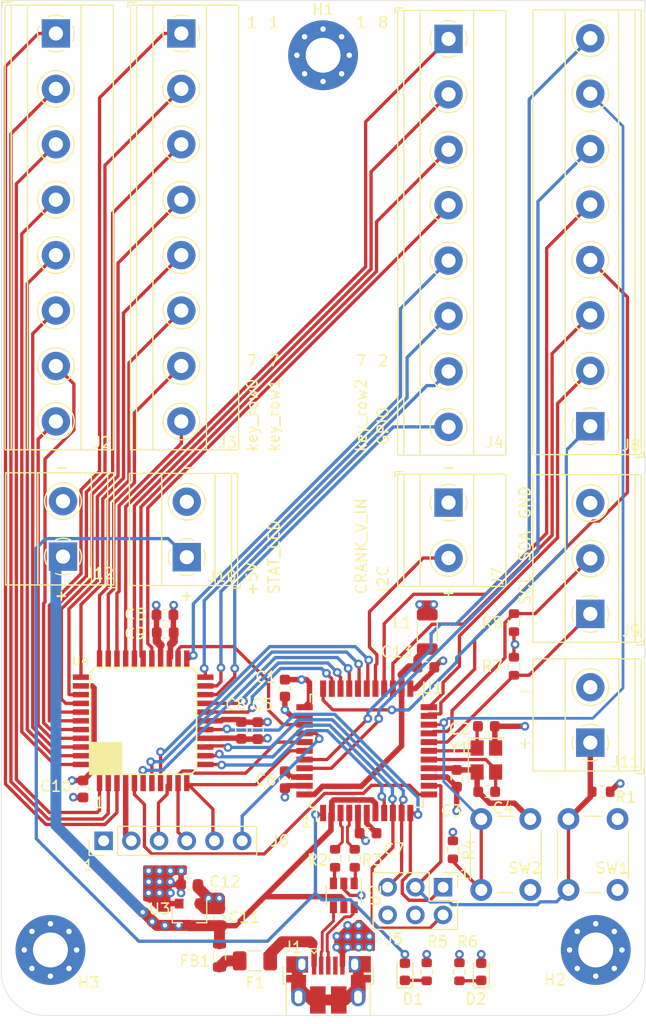
<source format=kicad_pcb>
(kicad_pcb (version 20171130) (host pcbnew 5.1.9+dfsg1-1)
  (layers (0 F.Cu signal) (1 In1.Cu power) (2 In2.Cu power) (31 B.Cu signal) (34 B.Paste user) (35 F.Paste user) (36 B.SilkS user) (37 F.SilkS user) (38 B.Mask user) (39 F.Mask user) (44 Edge.Cuts user))
  (net 0 "")
  (net 1 GND)
  (net 2 +3V3)
  (net 3 32U4_XTAL1)
  (net 4 32U4_XTAL2)
  (net 5 AREF)
  (net 6 "Net-(C7-Pad1)")
  (net 7 VBUS)
  (net 8 +3.3VA)
  (net 9 STAT_LED)
  (net 10 "Net-(D1-Pad1)")
  (net 11 "Net-(D2-Pad1)")
  (net 12 +5V)
  (net 13 "Net-(F1-Pad1)")
  (net 14 "Net-(J1-Pad6)")
  (net 15 "Net-(J1-Pad4)")
  (net 16 CONN_D+)
  (net 17 CONN_D-)
  (net 18 key_row0_7)
  (net 19 key_row0_6)
  (net 20 key_row0_5)
  (net 21 key_row0_4)
  (net 22 key_row0_3)
  (net 23 key_row0_2)
  (net 24 key_row0_1)
  (net 25 key_row0_0)
  (net 26 key_row1_7)
  (net 27 key_row1_6)
  (net 28 key_row1_5)
  (net 29 key_row1_4)
  (net 30 key_row1_3)
  (net 31 key_row1_2)
  (net 32 key_row1_1)
  (net 33 key_row1_0)
  (net 34 key_row2_7)
  (net 35 key_row2_6)
  (net 36 key_row2_5)
  (net 37 key_row2_4)
  (net 38 key_row2_3)
  (net 39 key_row2_2)
  (net 40 key_row2_1)
  (net 41 key_row2_0)
  (net 42 MOSI)
  (net 43 nReset_32U4)
  (net 44 SCK)
  (net 45 MISO)
  (net 46 32U4_TMS)
  (net 47 32U4_TDO)
  (net 48 JTAG_TDI)
  (net 49 32U4_TCK)
  (net 50 CRANK_V_IN)
  (net 51 GPIO7)
  (net 52 GPIO6_HWB)
  (net 53 GPIO5)
  (net 54 GPIO4)
  (net 55 GPIO3)
  (net 56 GPIO2)
  (net 57 GPIO1)
  (net 58 GPIO0)
  (net 59 I2C_SDA)
  (net 60 I2C_SCL)
  (net 61 32U4_D+)
  (net 62 32U4_D-)
  (net 63 32U4_TDI)
  (net 64 /key_sel1)
  (net 65 /key_sel0)
  (net 66 /key_bus6)
  (net 67 /key_bus5)
  (net 68 /key_bus4)
  (net 69 /key_bus7)
  (net 70 /key_bus0)
  (net 71 /D+)
  (net 72 /D-)
  (module Button_Switch_THT:SW_PUSH_6mm (layer F.Cu) (at 155.5 104 270)
    (fp_text reference SW1 (at 4.5 0.5 180) (layer F.SilkS))
    (fp_text value nReset)
    (pad 1 thru_hole circle (at 6.5 0) (size 2 2) (drill 1.1) (layers *.Cu *.Mask) (net 1 GND))
    (pad 2 thru_hole circle (at 6.5 4.5) (size 2 2) (drill 1.1) (layers *.Cu *.Mask) (net 43 nReset_32U4))
    (pad 1 thru_hole circle (at 0 0) (size 2 2) (drill 1.1) (layers *.Cu *.Mask) (net 1 GND))
    (pad 2 thru_hole circle (at 0 4.5) (size 2 2) (drill 1.1) (layers *.Cu *.Mask) (net 43 nReset_32U4))
  )
  (module Resistor_SMD:R_0603_1608Metric (layer F.Cu) (at 146 86 90)
    (fp_text reference R8 (at 0 -2) (layer F.SilkS))
    (fp_text value 4.99k)
    (pad 2 smd roundrect (at 0.825 0 90) (size 0.8 0.95) (layers F.Cu F.Paste F.Mask) (net 59 I2C_SDA))
    (pad 1 smd roundrect (at -0.825 0 90) (size 0.8 0.95) (layers F.Cu F.Paste F.Mask) (net 2 +3V3))
  )
  (module Resistor_SMD:R_0603_1608Metric (layer F.Cu) (at 146 90 270)
    (fp_text reference R7 (at 0 2 180) (layer F.SilkS))
    (fp_text value 4.99k)
    (pad 2 smd roundrect (at 0.825 0 270) (size 0.8 0.95) (layers F.Cu F.Paste F.Mask) (net 60 I2C_SCL))
    (pad 1 smd roundrect (at -0.825 0 270) (size 0.8 0.95) (layers F.Cu F.Paste F.Mask) (net 2 +3V3))
  )
  (module TerminalBlock_Phoenix:TerminalBlock_Phoenix_MKDS-1,5-2-5.08_1x02_P5.08mm_Horizontal (layer F.Cu) (at 104.65 79.95 90)
    (fp_text reference J12 (at -1.55 3.35 180) (layer F.SilkS))
    (fp_text value VBUS)
    (pad 2 thru_hole circle (at 5.08 0 90) (size 2.6 2.6) (drill 1.3) (layers *.Cu *.Mask) (net 1 GND))
    (pad 1 thru_hole rect (at 0 0 90) (size 2.6 2.6) (drill 1.3) (layers *.Cu *.Mask) (net 7 VBUS))
  )
  (module Capacitor_SMD:C_0603_1608Metric (layer F.Cu) (at 122.5 95.9 90)
    (fp_text reference C5 (at 2.4 0.4 180) (layer F.SilkS))
    (fp_text value 1u)
    (pad 2 smd roundrect (at 0.775 0 90) (size 0.9 0.95) (layers F.Cu F.Paste F.Mask) (net 1 GND))
    (pad 1 smd roundrect (at -0.775 0 90) (size 0.9 0.95) (layers F.Cu F.Paste F.Mask) (net 2 +3V3))
  )
  (module Button_Switch_THT:SW_PUSH_6mm (layer F.Cu) (at 147.5 104 270)
    (fp_text reference SW2 (at 4.5 0.5 180) (layer F.SilkS))
    (fp_text value HWB)
    (pad 1 thru_hole circle (at 6.5 0) (size 2 2) (drill 1.1) (layers *.Cu *.Mask) (net 1 GND))
    (pad 2 thru_hole circle (at 6.5 4.5) (size 2 2) (drill 1.1) (layers *.Cu *.Mask) (net 52 GPIO6_HWB))
    (pad 1 thru_hole circle (at 0 0) (size 2 2) (drill 1.1) (layers *.Cu *.Mask) (net 1 GND))
    (pad 2 thru_hole circle (at 0 4.5) (size 2 2) (drill 1.1) (layers *.Cu *.Mask) (net 52 GPIO6_HWB))
  )
  (module Resistor_SMD:R_0603_1608Metric (layer F.Cu) (at 140.4 106.825 270)
    (fp_text reference R4 (at 0 -1.43 90) (layer F.SilkS))
    (fp_text value 10k)
    (pad 2 smd roundrect (at 0.825 0 270) (size 0.8 0.95) (layers F.Cu F.Paste F.Mask) (net 52 GPIO6_HWB))
    (pad 1 smd roundrect (at -0.825 0 270) (size 0.8 0.95) (layers F.Cu F.Paste F.Mask) (net 2 +3V3))
  )
  (module Crystal:Crystal_SMD_3225-4Pin_3.2x2.5mm (layer F.Cu) (at 143.472 98.592 270)
    (fp_text reference Y1 (at -1.092 2.472) (layer F.SilkS))
    (fp_text value 16MHz)
    (pad 4 smd rect (at -1.1 -0.85 270) (size 1.4 1.2) (layers F.Cu F.Paste F.Mask) (net 1 GND))
    (pad 3 smd rect (at 1.1 -0.85 270) (size 1.4 1.2) (layers F.Cu F.Paste F.Mask) (net 4 32U4_XTAL2))
    (pad 2 smd rect (at 1.1 0.85 270) (size 1.4 1.2) (layers F.Cu F.Paste F.Mask) (net 1 GND))
    (pad 1 smd rect (at -1.1 0.85 270) (size 1.4 1.2) (layers F.Cu F.Paste F.Mask) (net 3 32U4_XTAL1))
  )
  (module XC9572XL-10VQG44C:VQFP-44 (layer F.Cu) (at 112 95)
    (fp_text reference U4 (at -5.75 -5.5) (layer F.SilkS) (effects (font (size 0.8 0.8))))
    (fp_text value XC9572XL-10VQG44C)
    (pad 44 smd rect (at -5.7 4) (size 1.5 0.5) (layers F.Cu F.Paste F.Mask) (net 22 key_row0_3))
    (pad 43 smd rect (at -5.7 3.2) (size 1.5 0.5) (layers F.Cu F.Paste F.Mask) (net 21 key_row0_4))
    (pad 42 smd rect (at -5.7 2.4) (size 1.5 0.5) (layers F.Cu F.Paste F.Mask) (net 20 key_row0_5))
    (pad 41 smd rect (at -5.7 1.6) (size 1.5 0.5) (layers F.Cu F.Paste F.Mask) (net 18 key_row0_7))
    (pad 40 smd rect (at -5.7 0.8) (size 1.5 0.5) (layers F.Cu F.Paste F.Mask) (net 19 key_row0_6))
    (pad 39 smd rect (at -5.7 0) (size 1.5 0.5) (layers F.Cu F.Paste F.Mask) (net 33 key_row1_0))
    (pad 38 smd rect (at -5.7 -0.8) (size 1.5 0.5) (layers F.Cu F.Paste F.Mask) (net 32 key_row1_1))
    (pad 37 smd rect (at -5.7 -1.6) (size 1.5 0.5) (layers F.Cu F.Paste F.Mask) (net 31 key_row1_2))
    (pad 36 smd rect (at -5.7 -2.4) (size 1.5 0.5) (layers F.Cu F.Paste F.Mask) (net 30 key_row1_3))
    (pad 35 smd rect (at -5.7 -3.2) (size 1.5 0.5) (layers F.Cu F.Paste F.Mask) (net 2 +3V3))
    (pad 34 smd rect (at -5.7 -4) (size 1.5 0.5) (layers F.Cu F.Paste F.Mask) (net 29 key_row1_4))
    (pad 33 smd rect (at -4 -5.7) (size 0.5 1.5) (layers F.Cu F.Paste F.Mask) (net 28 key_row1_5))
    (pad 32 smd rect (at -3.2 -5.7) (size 0.5 1.5) (layers F.Cu F.Paste F.Mask) (net 27 key_row1_6))
    (pad 31 smd rect (at -2.4 -5.7) (size 0.5 1.5) (layers F.Cu F.Paste F.Mask) (net 26 key_row1_7))
    (pad 30 smd rect (at -1.6 -5.7) (size 0.5 1.5) (layers F.Cu F.Paste F.Mask) (net 41 key_row2_0))
    (pad 29 smd rect (at -0.8 -5.7) (size 0.5 1.5) (layers F.Cu F.Paste F.Mask) (net 40 key_row2_1))
    (pad 28 smd rect (at 0 -5.7) (size 0.5 1.5) (layers F.Cu F.Paste F.Mask) (net 39 key_row2_2))
    (pad 27 smd rect (at 0.8 -5.7) (size 0.5 1.5) (layers F.Cu F.Paste F.Mask) (net 38 key_row2_3))
    (pad 26 smd rect (at 1.6 -5.7) (size 0.5 1.5) (layers F.Cu F.Paste F.Mask) (net 2 +3V3))
    (pad 25 smd rect (at 2.4 -5.7) (size 0.5 1.5) (layers F.Cu F.Paste F.Mask) (net 1 GND))
    (pad 24 smd rect (at 3.2 -5.7) (size 0.5 1.5) (layers F.Cu F.Paste F.Mask) (net 63 32U4_TDI))
    (pad 23 smd rect (at 4 -5.7) (size 0.5 1.5) (layers F.Cu F.Paste F.Mask) (net 37 key_row2_4))
    (pad 22 smd rect (at 5.7 -4) (size 1.5 0.5) (layers F.Cu F.Paste F.Mask) (net 36 key_row2_5))
    (pad 21 smd rect (at 5.7 -3.2) (size 1.5 0.5) (layers F.Cu F.Paste F.Mask) (net 35 key_row2_6))
    (pad 20 smd rect (at 5.7 -2.4) (size 1.5 0.5) (layers F.Cu F.Paste F.Mask) (net 34 key_row2_7))
    (pad 19 smd rect (at 5.7 -1.6) (size 1.5 0.5) (layers F.Cu F.Paste F.Mask) (net 65 /key_sel0))
    (pad 18 smd rect (at 5.7 -0.8) (size 1.5 0.5) (layers F.Cu F.Paste F.Mask) (net 64 /key_sel1))
    (pad 17 smd rect (at 5.7 0) (size 1.5 0.5) (layers F.Cu F.Paste F.Mask) (net 1 GND))
    (pad 16 smd rect (at 5.7 0.8) (size 1.5 0.5) (layers F.Cu F.Paste F.Mask) (net 45 MISO))
    (pad 15 smd rect (at 5.7 1.6) (size 1.5 0.5) (layers F.Cu F.Paste F.Mask) (net 2 +3V3))
    (pad 14 smd rect (at 5.7 2.4) (size 1.5 0.5) (layers F.Cu F.Paste F.Mask) (net 42 MOSI))
    (pad 13 smd rect (at 5.7 3.2) (size 1.5 0.5) (layers F.Cu F.Paste F.Mask) (net 44 SCK))
    (pad 12 smd rect (at 5.7 4) (size 1.5 0.5) (layers F.Cu F.Paste F.Mask) (net 70 /key_bus0))
    (pad 11 smd rect (at 4 5.7) (size 0.5 1.5) (layers F.Cu F.Paste F.Mask) (net 49 32U4_TCK))
    (pad 10 smd rect (at 3.2 5.7) (size 0.5 1.5) (layers F.Cu F.Paste F.Mask) (net 46 32U4_TMS))
    (pad 9 smd rect (at 2.4 5.7) (size 0.5 1.5) (layers F.Cu F.Paste F.Mask) (net 48 JTAG_TDI))
    (pad 8 smd rect (at 1.6 5.7) (size 0.5 1.5) (layers F.Cu F.Paste F.Mask) (net 68 /key_bus4))
    (pad 7 smd rect (at 0.8 5.7) (size 0.5 1.5) (layers F.Cu F.Paste F.Mask) (net 67 /key_bus5))
    (pad 6 smd rect (at 0 5.7) (size 0.5 1.5) (layers F.Cu F.Paste F.Mask) (net 66 /key_bus6))
    (pad 5 smd rect (at -0.8 5.7) (size 0.5 1.5) (layers F.Cu F.Paste F.Mask) (net 69 /key_bus7))
    (pad 4 smd rect (at -1.6 5.7) (size 0.5 1.5) (layers F.Cu F.Paste F.Mask) (net 1 GND))
    (pad 3 smd rect (at -2.4 5.7) (size 0.5 1.5) (layers F.Cu F.Paste F.Mask) (net 25 key_row0_0))
    (pad 2 smd rect (at -3.2 5.7) (size 0.5 1.5) (layers F.Cu F.Paste F.Mask) (net 24 key_row0_1))
    (pad 1 smd rect (at -4 5.7) (size 0.5 1.5) (layers F.Cu F.Paste F.Mask) (net 23 key_row0_2))
  )
  (module Package_TO_SOT_SMD:SOT-23 (layer F.Cu) (at 116.25 112.75 270)
    (fp_text reference U3 (at -0.5 2.75 180) (layer F.SilkS))
    (fp_text value XC6206P332MR)
    (pad 3 smd rect (at 1 0 270) (size 0.9 0.8) (layers F.Cu F.Paste F.Mask) (net 7 VBUS))
    (pad 2 smd rect (at -1 0.95 270) (size 0.9 0.8) (layers F.Cu F.Paste F.Mask) (net 2 +3V3))
    (pad 1 smd rect (at -1 -0.95 270) (size 0.9 0.8) (layers F.Cu F.Paste F.Mask) (net 1 GND))
  )
  (module Package_TO_SOT_SMD:SOT-23-6 (layer F.Cu) (at 130.4 111 270)
    (fp_text reference U2 (at 0 -2.9 90) (layer F.SilkS))
    (fp_text value USBLC6-2SC6)
    (pad 5 smd rect (at 1.1 0 270) (size 1.06 0.65) (layers F.Cu F.Paste F.Mask) (net 7 VBUS))
    (pad 6 smd rect (at 1.1 -0.95 270) (size 1.06 0.65) (layers F.Cu F.Paste F.Mask) (net 16 CONN_D+))
    (pad 4 smd rect (at 1.1 0.95 270) (size 1.06 0.65) (layers F.Cu F.Paste F.Mask) (net 17 CONN_D-))
    (pad 3 smd rect (at -1.1 0.95 270) (size 1.06 0.65) (layers F.Cu F.Paste F.Mask) (net 62 32U4_D-))
    (pad 2 smd rect (at -1.1 0 270) (size 1.06 0.65) (layers F.Cu F.Paste F.Mask) (net 1 GND))
    (pad 1 smd rect (at -1.1 -0.95 270) (size 1.06 0.65) (layers F.Cu F.Paste F.Mask) (net 61 32U4_D+))
  )
  (module Package_QFP:TQFP-44_10x10mm_P0.8mm (layer F.Cu) (at 132.5 97.75 90)
    (fp_text reference U1 (at 5.75 6 180) (layer F.SilkS))
    (fp_text value ATmega32U4-AU)
    (pad 44 smd rect (at -4 -5.7 180) (size 1.5 0.55) (layers F.Cu F.Paste F.Mask) (net 8 +3.3VA))
    (pad 43 smd rect (at -3.2 -5.7 180) (size 1.5 0.55) (layers F.Cu F.Paste F.Mask) (net 1 GND))
    (pad 42 smd rect (at -2.4 -5.7 180) (size 1.5 0.55) (layers F.Cu F.Paste F.Mask) (net 5 AREF))
    (pad 41 smd rect (at -1.6 -5.7 180) (size 1.5 0.55) (layers F.Cu F.Paste F.Mask) (net 53 GPIO5))
    (pad 40 smd rect (at -0.8 -5.7 180) (size 1.5 0.55) (layers F.Cu F.Paste F.Mask) (net 51 GPIO7))
    (pad 39 smd rect (at 0 -5.7 180) (size 1.5 0.55) (layers F.Cu F.Paste F.Mask) (net 49 32U4_TCK))
    (pad 38 smd rect (at 0.8 -5.7 180) (size 1.5 0.55) (layers F.Cu F.Paste F.Mask) (net 46 32U4_TMS))
    (pad 37 smd rect (at 1.6 -5.7 180) (size 1.5 0.55) (layers F.Cu F.Paste F.Mask) (net 47 32U4_TDO))
    (pad 36 smd rect (at 2.4 -5.7 180) (size 1.5 0.55) (layers F.Cu F.Paste F.Mask) (net 63 32U4_TDI))
    (pad 35 smd rect (at 3.2 -5.7 180) (size 1.5 0.55) (layers F.Cu F.Paste F.Mask) (net 1 GND))
    (pad 34 smd rect (at 4 -5.7 180) (size 1.5 0.55) (layers F.Cu F.Paste F.Mask) (net 2 +3V3))
    (pad 33 smd rect (at 5.7 -4 90) (size 1.5 0.55) (layers F.Cu F.Paste F.Mask) (net 58 GPIO0))
    (pad 32 smd rect (at 5.7 -3.2 90) (size 1.5 0.55) (layers F.Cu F.Paste F.Mask) (net 64 /key_sel1))
    (pad 31 smd rect (at 5.7 -2.4 90) (size 1.5 0.55) (layers F.Cu F.Paste F.Mask) (net 65 /key_sel0))
    (pad 30 smd rect (at 5.7 -1.6 90) (size 1.5 0.55) (layers F.Cu F.Paste F.Mask) (net 66 /key_bus6))
    (pad 29 smd rect (at 5.7 -0.8 90) (size 1.5 0.55) (layers F.Cu F.Paste F.Mask) (net 67 /key_bus5))
    (pad 28 smd rect (at 5.7 0 90) (size 1.5 0.55) (layers F.Cu F.Paste F.Mask) (net 68 /key_bus4))
    (pad 27 smd rect (at 5.7 0.8 90) (size 1.5 0.55) (layers F.Cu F.Paste F.Mask) (net 50 CRANK_V_IN))
    (pad 26 smd rect (at 5.7 1.6 90) (size 1.5 0.55) (layers F.Cu F.Paste F.Mask) (net 54 GPIO4))
    (pad 25 smd rect (at 5.7 2.4 90) (size 1.5 0.55) (layers F.Cu F.Paste F.Mask) (net 56 GPIO2))
    (pad 24 smd rect (at 5.7 3.2 90) (size 1.5 0.55) (layers F.Cu F.Paste F.Mask) (net 8 +3.3VA))
    (pad 23 smd rect (at 5.7 4 90) (size 1.5 0.55) (layers F.Cu F.Paste F.Mask) (net 1 GND))
    (pad 22 smd rect (at 4 5.7 180) (size 1.5 0.55) (layers F.Cu F.Paste F.Mask) (net 57 GPIO1))
    (pad 21 smd rect (at 3.2 5.7 180) (size 1.5 0.55) (layers F.Cu F.Paste F.Mask) (net 55 GPIO3))
    (pad 20 smd rect (at 2.4 5.7 180) (size 1.5 0.55) (layers F.Cu F.Paste F.Mask) (net 52 GPIO6_HWB))
    (pad 19 smd rect (at 1.6 5.7 180) (size 1.5 0.55) (layers F.Cu F.Paste F.Mask) (net 59 I2C_SDA))
    (pad 18 smd rect (at 0.8 5.7 180) (size 1.5 0.55) (layers F.Cu F.Paste F.Mask) (net 60 I2C_SCL))
    (pad 17 smd rect (at 0 5.7 180) (size 1.5 0.55) (layers F.Cu F.Paste F.Mask) (net 3 32U4_XTAL1))
    (pad 16 smd rect (at -0.8 5.7 180) (size 1.5 0.55) (layers F.Cu F.Paste F.Mask) (net 4 32U4_XTAL2))
    (pad 15 smd rect (at -1.6 5.7 180) (size 1.5 0.55) (layers F.Cu F.Paste F.Mask) (net 1 GND))
    (pad 14 smd rect (at -2.4 5.7 180) (size 1.5 0.55) (layers F.Cu F.Paste F.Mask) (net 2 +3V3))
    (pad 13 smd rect (at -3.2 5.7 180) (size 1.5 0.55) (layers F.Cu F.Paste F.Mask) (net 43 nReset_32U4))
    (pad 12 smd rect (at -4 5.7 180) (size 1.5 0.55) (layers F.Cu F.Paste F.Mask) (net 69 /key_bus7))
    (pad 11 smd rect (at -5.7 4 90) (size 1.5 0.55) (layers F.Cu F.Paste F.Mask) (net 45 MISO))
    (pad 10 smd rect (at -5.7 3.2 90) (size 1.5 0.55) (layers F.Cu F.Paste F.Mask) (net 42 MOSI))
    (pad 9 smd rect (at -5.7 2.4 90) (size 1.5 0.55) (layers F.Cu F.Paste F.Mask) (net 44 SCK))
    (pad 8 smd rect (at -5.7 1.6 90) (size 1.5 0.55) (layers F.Cu F.Paste F.Mask) (net 70 /key_bus0))
    (pad 7 smd rect (at -5.7 0.8 90) (size 1.5 0.55) (layers F.Cu F.Paste F.Mask) (net 7 VBUS))
    (pad 6 smd rect (at -5.7 0 90) (size 1.5 0.55) (layers F.Cu F.Paste F.Mask) (net 6 "Net-(C7-Pad1)"))
    (pad 5 smd rect (at -5.7 -0.8 90) (size 1.5 0.55) (layers F.Cu F.Paste F.Mask) (net 1 GND))
    (pad 4 smd rect (at -5.7 -1.6 90) (size 1.5 0.55) (layers F.Cu F.Paste F.Mask) (net 71 /D+))
    (pad 3 smd rect (at -5.7 -2.4 90) (size 1.5 0.55) (layers F.Cu F.Paste F.Mask) (net 72 /D-))
    (pad 2 smd rect (at -5.7 -3.2 90) (size 1.5 0.55) (layers F.Cu F.Paste F.Mask) (net 7 VBUS))
    (pad 1 smd rect (at -5.7 -4 90) (size 1.5 0.55) (layers F.Cu F.Paste F.Mask) (net 9 STAT_LED))
  )
  (module Resistor_SMD:R_0603_1608Metric (layer F.Cu) (at 141 118 90)
    (fp_text reference R6 (at 2.75 0.75 180) (layer F.SilkS))
    (fp_text value 1k)
    (pad 2 smd roundrect (at 0.825 0 90) (size 0.8 0.95) (layers F.Cu F.Paste F.Mask) (net 1 GND))
    (pad 1 smd roundrect (at -0.825 0 90) (size 0.8 0.95) (layers F.Cu F.Paste F.Mask) (net 11 "Net-(D2-Pad1)"))
  )
  (module Resistor_SMD:R_0603_1608Metric (layer F.Cu) (at 138 118 90)
    (fp_text reference R5 (at 2.75 1) (layer F.SilkS))
    (fp_text value 1k)
    (pad 2 smd roundrect (at 0.825 0 90) (size 0.8 0.95) (layers F.Cu F.Paste F.Mask) (net 1 GND))
    (pad 1 smd roundrect (at -0.825 0 90) (size 0.8 0.95) (layers F.Cu F.Paste F.Mask) (net 10 "Net-(D1-Pad1)"))
  )
  (module Resistor_SMD:R_0603_1608Metric (layer F.Cu) (at 129.6 107.6 270)
    (fp_text reference R3 (at 0.15 -3.4 180) (layer F.SilkS))
    (fp_text value 22)
    (pad 2 smd roundrect (at 0.825 0 270) (size 0.8 0.95) (layers F.Cu F.Paste F.Mask) (net 62 32U4_D-))
    (pad 1 smd roundrect (at -0.825 0 270) (size 0.8 0.95) (layers F.Cu F.Paste F.Mask) (net 72 /D-))
  )
  (module Resistor_SMD:R_0603_1608Metric (layer F.Cu) (at 131.4 107.6 90)
    (fp_text reference R2 (at -0.15 -3.4 180) (layer F.SilkS))
    (fp_text value 22)
    (pad 2 smd roundrect (at 0.825 0 90) (size 0.8 0.95) (layers F.Cu F.Paste F.Mask) (net 71 /D+))
    (pad 1 smd roundrect (at -0.825 0 90) (size 0.8 0.95) (layers F.Cu F.Paste F.Mask) (net 61 32U4_D+))
  )
  (module Resistor_SMD:R_0603_1608Metric (layer F.Cu) (at 154 101.5 180)
    (fp_text reference R1 (at -2.25 -0.5) (layer F.SilkS))
    (fp_text value 10k)
    (pad 2 smd roundrect (at 0.825 0 180) (size 0.8 0.95) (layers F.Cu F.Paste F.Mask) (net 43 nReset_32U4))
    (pad 1 smd roundrect (at -0.825 0 180) (size 0.8 0.95) (layers F.Cu F.Paste F.Mask) (net 2 +3V3))
  )
  (module Inductor_SMD:L_1206_3216Metric (layer F.Cu) (at 138.05 86.85 270)
    (fp_text reference L1 (at -0.85 2.3) (layer F.SilkS))
    (fp_text value 10u)
    (pad 2 smd roundrect (at 1.575 0 270) (size 1.05 1.9) (layers F.Cu F.Paste F.Mask) (roundrect_rratio 0.238095) (net 8 +3.3VA))
    (pad 1 smd roundrect (at -1.575 0 270) (size 1.05 1.9) (layers F.Cu F.Paste F.Mask) (roundrect_rratio 0.238095) (net 2 +3V3))
  )
  (module TerminalBlock_Phoenix:TerminalBlock_Phoenix_MKDS-1,5-2-5.08_1x02_P5.08mm_Horizontal (layer F.Cu) (at 153 97 90)
    (fp_text reference J11 (at -1.75 3.25 180) (layer F.SilkS))
    (fp_text value nReset_Button)
    (pad 2 thru_hole circle (at 5.08 0 90) (size 2.6 2.6) (drill 1.3) (layers *.Cu *.Mask) (net 1 GND))
    (pad 1 thru_hole rect (at 0 0 90) (size 2.6 2.6) (drill 1.3) (layers *.Cu *.Mask) (net 43 nReset_32U4))
  )
  (module TerminalBlock_Phoenix:TerminalBlock_Phoenix_MKDS-1,5-2-5.08_1x02_P5.08mm_Horizontal (layer F.Cu) (at 116 80 90)
    (fp_text reference J10 (at -1.75 3.25 180) (layer F.SilkS))
    (fp_text value STAT_LED)
    (pad 2 thru_hole circle (at 5.08 0 90) (size 2.6 2.6) (drill 1.3) (layers *.Cu *.Mask) (net 1 GND))
    (pad 1 thru_hole rect (at 0 0 90) (size 2.6 2.6) (drill 1.3) (layers *.Cu *.Mask) (net 9 STAT_LED))
  )
  (module TerminalBlock_Phoenix:TerminalBlock_Phoenix_MKDS-1,5-3-5.08_1x03_P5.08mm_Horizontal (layer F.Cu) (at 153 85.2 90)
    (fp_text reference J9 (at -1.55 3.75 180) (layer F.SilkS))
    (fp_text value I2C)
    (pad 1 thru_hole rect (at 0 0 90) (size 2.6 2.6) (drill 1.3) (layers *.Cu *.Mask) (net 60 I2C_SCL))
    (pad 2 thru_hole circle (at 5.08 0 90) (size 2.6 2.6) (drill 1.3) (layers *.Cu *.Mask) (net 59 I2C_SDA))
    (pad 3 thru_hole circle (at 10.16 0 90) (size 2.6 2.6) (drill 1.3) (layers *.Cu *.Mask) (net 1 GND))
  )
  (module TerminalBlock_Phoenix:TerminalBlock_Phoenix_MKDS-1,5-8-5.08_1x08_P5.08mm_Horizontal (layer F.Cu) (at 153 68 90)
    (fp_text reference J8 (at -1.75 3.75 180) (layer F.SilkS))
    (fp_text value GPIO)
    (pad 1 thru_hole rect (at 0 0 90) (size 2.6 2.6) (drill 1.3) (layers *.Cu *.Mask) (net 58 GPIO0))
    (pad 2 thru_hole circle (at 5.08 0 90) (size 2.6 2.6) (drill 1.3) (layers *.Cu *.Mask) (net 57 GPIO1))
    (pad 3 thru_hole circle (at 10.16 0 90) (size 2.6 2.6) (drill 1.3) (layers *.Cu *.Mask) (net 56 GPIO2))
    (pad 4 thru_hole circle (at 15.24 0 90) (size 2.6 2.6) (drill 1.3) (layers *.Cu *.Mask) (net 55 GPIO3))
    (pad 5 thru_hole circle (at 20.32 0 90) (size 2.6 2.6) (drill 1.3) (layers *.Cu *.Mask) (net 54 GPIO4))
    (pad 6 thru_hole circle (at 25.4 0 90) (size 2.6 2.6) (drill 1.3) (layers *.Cu *.Mask) (net 53 GPIO5))
    (pad 7 thru_hole circle (at 30.48 0 90) (size 2.6 2.6) (drill 1.3) (layers *.Cu *.Mask) (net 52 GPIO6_HWB))
    (pad 8 thru_hole circle (at 35.56 0 90) (size 2.6 2.6) (drill 1.3) (layers *.Cu *.Mask) (net 51 GPIO7))
  )
  (module TerminalBlock_Phoenix:TerminalBlock_Phoenix_MKDS-1,5-2-5.08_1x02_P5.08mm_Horizontal (layer F.Cu) (at 140 75 270)
    (fp_text reference J7 (at 6.75 -4.5 90) (layer F.SilkS))
    (fp_text value Crank)
    (pad 2 thru_hole circle (at 5.08 0 270) (size 2.6 2.6) (drill 1.3) (layers *.Cu *.Mask) (net 50 CRANK_V_IN))
    (pad 1 thru_hole rect (at 0 0 270) (size 2.6 2.6) (drill 1.3) (layers *.Cu *.Mask) (net 1 GND))
  )
  (module Connector_PinHeader_2.54mm:PinHeader_1x06_P2.54mm_Vertical (layer F.Cu) (at 108.38 106 90)
    (fp_text reference J6 (at 0 16.12) (layer F.SilkS))
    (fp_text value JTAG)
    (pad 6 thru_hole oval (at 0 12.7 90) (size 1.7 1.7) (drill 1) (layers *.Cu *.Mask) (net 47 32U4_TDO))
    (pad 5 thru_hole oval (at 0 10.16 90) (size 1.7 1.7) (drill 1) (layers *.Cu *.Mask) (net 49 32U4_TCK))
    (pad 4 thru_hole oval (at 0 7.62 90) (size 1.7 1.7) (drill 1) (layers *.Cu *.Mask) (net 46 32U4_TMS))
    (pad 3 thru_hole oval (at 0 5.08 90) (size 1.7 1.7) (drill 1) (layers *.Cu *.Mask) (net 48 JTAG_TDI))
    (pad 2 thru_hole oval (at 0 2.54 90) (size 1.7 1.7) (drill 1) (layers *.Cu *.Mask) (net 1 GND))
    (pad 1 thru_hole rect (at 0 0 90) (size 1.7 1.7) (drill 1) (layers *.Cu *.Mask) (net 2 +3V3))
  )
  (module Connector_PinHeader_2.54mm:PinHeader_2x03_P2.54mm_Vertical (layer F.Cu) (at 139.5 110.25 270)
    (fp_text reference J5 (at 4.75 4.5 180) (layer F.SilkS))
    (fp_text value ICSP)
    (pad 6 thru_hole oval (at 2.54 5.08 270) (size 1.7 1.7) (drill 1) (layers *.Cu *.Mask) (net 2 +3V3))
    (pad 5 thru_hole oval (at 0 5.08 270) (size 1.7 1.7) (drill 1) (layers *.Cu *.Mask) (net 42 MOSI))
    (pad 4 thru_hole oval (at 2.54 2.54 270) (size 1.7 1.7) (drill 1) (layers *.Cu *.Mask) (net 1 GND))
    (pad 3 thru_hole oval (at 0 2.54 270) (size 1.7 1.7) (drill 1) (layers *.Cu *.Mask) (net 43 nReset_32U4))
    (pad 2 thru_hole oval (at 2.54 0 270) (size 1.7 1.7) (drill 1) (layers *.Cu *.Mask) (net 44 SCK))
    (pad 1 thru_hole rect (at 0 0 270) (size 1.7 1.7) (drill 1) (layers *.Cu *.Mask) (net 45 MISO))
  )
  (module TerminalBlock_Phoenix:TerminalBlock_Phoenix_MKDS-1,5-8-5.08_1x08_P5.08mm_Horizontal (layer F.Cu) (at 140 32.5 270)
    (fp_text reference J4 (at 37 -4.25 180) (layer F.SilkS))
    (fp_text value key_row_2)
    (pad 8 thru_hole circle (at 35.56 0 270) (size 2.6 2.6) (drill 1.3) (layers *.Cu *.Mask) (net 34 key_row2_7))
    (pad 7 thru_hole circle (at 30.48 0 270) (size 2.6 2.6) (drill 1.3) (layers *.Cu *.Mask) (net 35 key_row2_6))
    (pad 6 thru_hole circle (at 25.4 0 270) (size 2.6 2.6) (drill 1.3) (layers *.Cu *.Mask) (net 36 key_row2_5))
    (pad 5 thru_hole circle (at 20.32 0 270) (size 2.6 2.6) (drill 1.3) (layers *.Cu *.Mask) (net 37 key_row2_4))
    (pad 4 thru_hole circle (at 15.24 0 270) (size 2.6 2.6) (drill 1.3) (layers *.Cu *.Mask) (net 38 key_row2_3))
    (pad 3 thru_hole circle (at 10.16 0 270) (size 2.6 2.6) (drill 1.3) (layers *.Cu *.Mask) (net 39 key_row2_2))
    (pad 2 thru_hole circle (at 5.08 0 270) (size 2.6 2.6) (drill 1.3) (layers *.Cu *.Mask) (net 40 key_row2_1))
    (pad 1 thru_hole rect (at 0 0 270) (size 2.6 2.6) (drill 1.3) (layers *.Cu *.Mask) (net 41 key_row2_0))
  )
  (module TerminalBlock_Phoenix:TerminalBlock_Phoenix_MKDS-1,5-8-5.08_1x08_P5.08mm_Horizontal (layer F.Cu) (at 115.5 32 270)
    (fp_text reference J3 (at 37.5 -4.25 180) (layer F.SilkS))
    (fp_text value key_row_1)
    (pad 8 thru_hole circle (at 35.56 0 270) (size 2.6 2.6) (drill 1.3) (layers *.Cu *.Mask) (net 26 key_row1_7))
    (pad 7 thru_hole circle (at 30.48 0 270) (size 2.6 2.6) (drill 1.3) (layers *.Cu *.Mask) (net 27 key_row1_6))
    (pad 6 thru_hole circle (at 25.4 0 270) (size 2.6 2.6) (drill 1.3) (layers *.Cu *.Mask) (net 28 key_row1_5))
    (pad 5 thru_hole circle (at 20.32 0 270) (size 2.6 2.6) (drill 1.3) (layers *.Cu *.Mask) (net 29 key_row1_4))
    (pad 4 thru_hole circle (at 15.24 0 270) (size 2.6 2.6) (drill 1.3) (layers *.Cu *.Mask) (net 30 key_row1_3))
    (pad 3 thru_hole circle (at 10.16 0 270) (size 2.6 2.6) (drill 1.3) (layers *.Cu *.Mask) (net 31 key_row1_2))
    (pad 2 thru_hole circle (at 5.08 0 270) (size 2.6 2.6) (drill 1.3) (layers *.Cu *.Mask) (net 32 key_row1_1))
    (pad 1 thru_hole rect (at 0 0 270) (size 2.6 2.6) (drill 1.3) (layers *.Cu *.Mask) (net 33 key_row1_0))
  )
  (module TerminalBlock_Phoenix:TerminalBlock_Phoenix_MKDS-1,5-8-5.08_1x08_P5.08mm_Horizontal (layer F.Cu) (at 104 32 270)
    (fp_text reference J2 (at 37.5 -4.25 180) (layer F.SilkS))
    (fp_text value key_row_0)
    (pad 8 thru_hole circle (at 35.56 0 270) (size 2.6 2.6) (drill 1.3) (layers *.Cu *.Mask) (net 18 key_row0_7))
    (pad 7 thru_hole circle (at 30.48 0 270) (size 2.6 2.6) (drill 1.3) (layers *.Cu *.Mask) (net 19 key_row0_6))
    (pad 6 thru_hole circle (at 25.4 0 270) (size 2.6 2.6) (drill 1.3) (layers *.Cu *.Mask) (net 20 key_row0_5))
    (pad 5 thru_hole circle (at 20.32 0 270) (size 2.6 2.6) (drill 1.3) (layers *.Cu *.Mask) (net 21 key_row0_4))
    (pad 4 thru_hole circle (at 15.24 0 270) (size 2.6 2.6) (drill 1.3) (layers *.Cu *.Mask) (net 22 key_row0_3))
    (pad 3 thru_hole circle (at 10.16 0 270) (size 2.6 2.6) (drill 1.3) (layers *.Cu *.Mask) (net 23 key_row0_2))
    (pad 2 thru_hole circle (at 5.08 0 270) (size 2.6 2.6) (drill 1.3) (layers *.Cu *.Mask) (net 24 key_row0_1))
    (pad 1 thru_hole rect (at 0 0 270) (size 2.6 2.6) (drill 1.3) (layers *.Cu *.Mask) (net 25 key_row0_0))
  )
  (module Connector_USB:USB_Micro-B_Amphenol_10103594-0001LF_Horizontal (layer F.Cu) (at 129 119.2)
    (fp_text reference J1 (at -3.25 -3.45 180) (layer F.SilkS))
    (fp_text value USB_B_Micro)
    (pad 6 smd rect (at 0.935 1.385 90) (size 2.5 1.43) (layers F.Cu F.Paste F.Mask) (net 14 "Net-(J1-Pad6)"))
    (pad 6 smd rect (at -0.985 1.385 90) (size 2.5 1.43) (layers F.Cu F.Paste F.Mask) (net 14 "Net-(J1-Pad6)"))
    (pad 6 thru_hole oval (at 2.705 1.115 90) (size 1.7 1.35) (drill oval 1.2 0.7) (layers *.Cu *.Mask) (net 14 "Net-(J1-Pad6)"))
    (pad 6 thru_hole oval (at -2.755 1.115 90) (size 1.7 1.35) (drill oval 1.2 0.7) (layers *.Cu *.Mask) (net 14 "Net-(J1-Pad6)"))
    (pad 6 thru_hole oval (at 2.395 -1.885 90) (size 1.5 1.1) (drill oval 1.05 0.65) (layers *.Cu *.Mask) (net 14 "Net-(J1-Pad6)"))
    (pad 6 thru_hole oval (at -2.445 -1.885 90) (size 1.5 1.1) (drill oval 1.05 0.65) (layers *.Cu *.Mask) (net 14 "Net-(J1-Pad6)"))
    (pad 5 smd rect (at 1.275 -1.765 90) (size 1.65 0.4) (layers F.Cu F.Paste F.Mask) (net 1 GND))
    (pad 4 smd rect (at 0.625 -1.765 90) (size 1.65 0.4) (layers F.Cu F.Paste F.Mask) (net 15 "Net-(J1-Pad4)"))
    (pad 3 smd rect (at -0.025 -1.765 90) (size 1.65 0.4) (layers F.Cu F.Paste F.Mask) (net 16 CONN_D+))
    (pad 2 smd rect (at -0.675 -1.765 90) (size 1.65 0.4) (layers F.Cu F.Paste F.Mask) (net 17 CONN_D-))
    (pad 1 smd rect (at -1.325 -1.765 90) (size 1.65 0.4) (layers F.Cu F.Paste F.Mask) (net 12 +5V))
    (pad 6 smd rect (at 2.875 -1.885) (size 2 1.5) (layers F.Cu F.Paste F.Mask) (net 14 "Net-(J1-Pad6)"))
    (pad 6 smd rect (at -2.875 -1.865) (size 2 1.5) (layers F.Cu F.Paste F.Mask) (net 14 "Net-(J1-Pad6)"))
    (pad 6 smd rect (at 2.975 -0.565) (size 1.825 0.7) (layers F.Cu F.Paste F.Mask) (net 14 "Net-(J1-Pad6)"))
    (pad 6 smd rect (at -2.975 -0.565) (size 1.825 0.7) (layers F.Cu F.Paste F.Mask) (net 14 "Net-(J1-Pad6)"))
    (pad 6 smd rect (at -2.755 0.185) (size 1.35 2) (layers F.Cu F.Paste F.Mask) (net 14 "Net-(J1-Pad6)"))
    (pad 6 smd rect (at 2.725 0.185) (size 1.35 2) (layers F.Cu F.Paste F.Mask) (net 14 "Net-(J1-Pad6)"))
  )
  (module MountingHole:MountingHole_3.2mm_M3_Pad_Via (layer F.Cu) (at 103.5 116)
    (fp_text reference H3 (at 3.5 3) (layer F.SilkS))
    (fp_text value MountingHole_Pad)
    (pad 1 thru_hole circle (at 1.697056 -1.697056) (size 0.8 0.8) (drill 0.5) (layers *.Cu *.Mask) (net 1 GND))
    (pad 1 thru_hole circle (at 0 -2.4) (size 0.8 0.8) (drill 0.5) (layers *.Cu *.Mask) (net 1 GND))
    (pad 1 thru_hole circle (at -1.697056 -1.697056) (size 0.8 0.8) (drill 0.5) (layers *.Cu *.Mask) (net 1 GND))
    (pad 1 thru_hole circle (at -2.4 0) (size 0.8 0.8) (drill 0.5) (layers *.Cu *.Mask) (net 1 GND))
    (pad 1 thru_hole circle (at -1.697056 1.697056) (size 0.8 0.8) (drill 0.5) (layers *.Cu *.Mask) (net 1 GND))
    (pad 1 thru_hole circle (at 0 2.4) (size 0.8 0.8) (drill 0.5) (layers *.Cu *.Mask) (net 1 GND))
    (pad 1 thru_hole circle (at 1.697056 1.697056) (size 0.8 0.8) (drill 0.5) (layers *.Cu *.Mask) (net 1 GND))
    (pad 1 thru_hole circle (at 2.4 0) (size 0.8 0.8) (drill 0.5) (layers *.Cu *.Mask) (net 1 GND))
    (pad 1 thru_hole circle (at 0 0) (size 6.4 6.4) (drill 3.2) (layers *.Cu *.Mask) (net 1 GND))
  )
  (module MountingHole:MountingHole_3.2mm_M3_Pad_Via (layer F.Cu) (at 153.5 116)
    (fp_text reference H2 (at -3.75 2.75) (layer F.SilkS))
    (fp_text value MountingHole_Pad)
    (pad 1 thru_hole circle (at 1.697056 -1.697056) (size 0.8 0.8) (drill 0.5) (layers *.Cu *.Mask) (net 1 GND))
    (pad 1 thru_hole circle (at 0 -2.4) (size 0.8 0.8) (drill 0.5) (layers *.Cu *.Mask) (net 1 GND))
    (pad 1 thru_hole circle (at -1.697056 -1.697056) (size 0.8 0.8) (drill 0.5) (layers *.Cu *.Mask) (net 1 GND))
    (pad 1 thru_hole circle (at -2.4 0) (size 0.8 0.8) (drill 0.5) (layers *.Cu *.Mask) (net 1 GND))
    (pad 1 thru_hole circle (at -1.697056 1.697056) (size 0.8 0.8) (drill 0.5) (layers *.Cu *.Mask) (net 1 GND))
    (pad 1 thru_hole circle (at 0 2.4) (size 0.8 0.8) (drill 0.5) (layers *.Cu *.Mask) (net 1 GND))
    (pad 1 thru_hole circle (at 1.697056 1.697056) (size 0.8 0.8) (drill 0.5) (layers *.Cu *.Mask) (net 1 GND))
    (pad 1 thru_hole circle (at 2.4 0) (size 0.8 0.8) (drill 0.5) (layers *.Cu *.Mask) (net 1 GND))
    (pad 1 thru_hole circle (at 0 0) (size 6.4 6.4) (drill 3.2) (layers *.Cu *.Mask) (net 1 GND))
  )
  (module MountingHole:MountingHole_3.2mm_M3_Pad_Via (layer F.Cu) (at 128.5 34)
    (fp_text reference H1 (at 0 -4.2 180) (layer F.SilkS))
    (fp_text value MountingHole_Pad)
    (pad 1 thru_hole circle (at 1.697056 -1.697056) (size 0.8 0.8) (drill 0.5) (layers *.Cu *.Mask) (net 1 GND))
    (pad 1 thru_hole circle (at 0 -2.4) (size 0.8 0.8) (drill 0.5) (layers *.Cu *.Mask) (net 1 GND))
    (pad 1 thru_hole circle (at -1.697056 -1.697056) (size 0.8 0.8) (drill 0.5) (layers *.Cu *.Mask) (net 1 GND))
    (pad 1 thru_hole circle (at -2.4 0) (size 0.8 0.8) (drill 0.5) (layers *.Cu *.Mask) (net 1 GND))
    (pad 1 thru_hole circle (at -1.697056 1.697056) (size 0.8 0.8) (drill 0.5) (layers *.Cu *.Mask) (net 1 GND))
    (pad 1 thru_hole circle (at 0 2.4) (size 0.8 0.8) (drill 0.5) (layers *.Cu *.Mask) (net 1 GND))
    (pad 1 thru_hole circle (at 1.697056 1.697056) (size 0.8 0.8) (drill 0.5) (layers *.Cu *.Mask) (net 1 GND))
    (pad 1 thru_hole circle (at 2.4 0) (size 0.8 0.8) (drill 0.5) (layers *.Cu *.Mask) (net 1 GND))
    (pad 1 thru_hole circle (at 0 0) (size 6.4 6.4) (drill 3.2) (layers *.Cu *.Mask) (net 1 GND))
  )
  (module Inductor_SMD:L_0805_2012Metric (layer F.Cu) (at 119 116.5 270)
    (fp_text reference FB1 (at 0.5 2.25 180) (layer F.SilkS))
    (fp_text value "600 @ 100MHz")
    (pad 2 smd roundrect (at 1.0625 0 270) (size 0.875 1.2) (layers F.Cu F.Paste F.Mask) (net 13 "Net-(F1-Pad1)"))
    (pad 1 smd roundrect (at -1.0625 0 270) (size 0.875 1.2) (layers F.Cu F.Paste F.Mask) (net 7 VBUS))
  )
  (module Fuse:Fuse_1206_3216Metric (layer F.Cu) (at 122.25 117)
    (fp_text reference F1 (at 0 2) (layer F.SilkS))
    (fp_text value "250 mA")
    (pad 2 smd roundrect (at 1.4 0) (size 1.25 1.75) (layers F.Cu F.Paste F.Mask) (roundrect_rratio 0.2) (net 12 +5V))
    (pad 1 smd roundrect (at -1.4 0) (size 1.25 1.75) (layers F.Cu F.Paste F.Mask) (roundrect_rratio 0.2) (net 13 "Net-(F1-Pad1)"))
  )
  (module LED_SMD:LED_0603_1608Metric (layer F.Cu) (at 143 118 90)
    (fp_text reference D2 (at -2.5 -0.5 180) (layer F.SilkS))
    (fp_text value RED)
    (pad 2 smd roundrect (at 0.7875 0 90) (size 0.875 0.95) (layers F.Cu F.Paste F.Mask) (net 2 +3V3))
    (pad 1 smd roundrect (at -0.7875 0 90) (size 0.875 0.95) (layers F.Cu F.Paste F.Mask) (net 11 "Net-(D2-Pad1)"))
  )
  (module LED_SMD:LED_0603_1608Metric (layer F.Cu) (at 136 118 90)
    (fp_text reference D1 (at -2.5 0.75 180) (layer F.SilkS))
    (fp_text value YELLOW)
    (pad 2 smd roundrect (at 0.7875 0 90) (size 0.875 0.95) (layers F.Cu F.Paste F.Mask) (net 9 STAT_LED))
    (pad 1 smd roundrect (at -0.7875 0 90) (size 0.875 0.95) (layers F.Cu F.Paste F.Mask) (net 10 "Net-(D1-Pad1)"))
  )
  (module Capacitor_SMD:C_0603_1608Metric (layer F.Cu) (at 137.925 90.1)
    (fp_text reference C13 (at -2.675 -1.43) (layer F.SilkS))
    (fp_text value 100n)
    (pad 2 smd roundrect (at 0.775 0) (size 0.9 0.95) (layers F.Cu F.Paste F.Mask) (net 1 GND))
    (pad 1 smd roundrect (at -0.775 0) (size 0.9 0.95) (layers F.Cu F.Paste F.Mask) (net 8 +3.3VA))
  )
  (module Capacitor_SMD:C_0603_1608Metric (layer F.Cu) (at 116.25 110)
    (fp_text reference C12 (at 3.25 -0.25 180) (layer F.SilkS))
    (fp_text value 1u)
    (pad 1 smd roundrect (at -0.775 0) (size 0.9 0.95) (layers F.Cu F.Paste F.Mask) (net 2 +3V3))
    (pad 2 smd roundrect (at 0.775 0) (size 0.9 0.95) (layers F.Cu F.Paste F.Mask) (net 1 GND))
  )
  (module Capacitor_SMD:C_0603_1608Metric (layer F.Cu) (at 119 113 90)
    (fp_text reference C11 (at 0 2.25 180) (layer F.SilkS))
    (fp_text value 4.7u)
    (pad 1 smd roundrect (at -0.775 0 90) (size 0.9 0.95) (layers F.Cu F.Paste F.Mask) (net 7 VBUS))
    (pad 2 smd roundrect (at 0.775 0 90) (size 0.9 0.95) (layers F.Cu F.Paste F.Mask) (net 1 GND))
  )
  (module Capacitor_SMD:C_0603_1608Metric (layer F.Cu) (at 106.5 101.25 270)
    (fp_text reference C10 (at -0.25 2.5) (layer F.SilkS))
    (fp_text value 100n)
    (pad 2 smd roundrect (at 0.775 0 270) (size 0.9 0.95) (layers F.Cu F.Paste F.Mask) (net 1 GND))
    (pad 1 smd roundrect (at -0.775 0 270) (size 0.9 0.95) (layers F.Cu F.Paste F.Mask) (net 2 +3V3))
  )
  (module Capacitor_SMD:C_0603_1608Metric (layer F.Cu) (at 114.025 86.9)
    (fp_text reference C9 (at -2.775 0.1) (layer F.SilkS))
    (fp_text value 100n)
    (pad 2 smd roundrect (at 0.775 0) (size 0.9 0.95) (layers F.Cu F.Paste F.Mask) (net 1 GND))
    (pad 1 smd roundrect (at -0.775 0) (size 0.9 0.95) (layers F.Cu F.Paste F.Mask) (net 2 +3V3))
  )
  (module Capacitor_SMD:C_0603_1608Metric (layer F.Cu) (at 121 95.875 90)
    (fp_text reference C8 (at 2.375 -0.5 180) (layer F.SilkS))
    (fp_text value 100n)
    (pad 2 smd roundrect (at 0.775 0 90) (size 0.9 0.95) (layers F.Cu F.Paste F.Mask) (net 1 GND))
    (pad 1 smd roundrect (at -0.775 0 90) (size 0.9 0.95) (layers F.Cu F.Paste F.Mask) (net 2 +3V3))
  )
  (module Capacitor_SMD:C_0603_1608Metric (layer F.Cu) (at 132.625 105.3 180)
    (fp_text reference C7 (at -2.375 -1.45) (layer F.SilkS))
    (fp_text value 1u)
    (pad 2 smd roundrect (at 0.775 0 180) (size 0.9 0.95) (layers F.Cu F.Paste F.Mask) (net 1 GND))
    (pad 1 smd roundrect (at -0.775 0 180) (size 0.9 0.95) (layers F.Cu F.Paste F.Mask) (net 6 "Net-(C7-Pad1)"))
  )
  (module Capacitor_SMD:C_0603_1608Metric (layer F.Cu) (at 125 100.4 270)
    (fp_text reference C6 (at 0 1.75 180) (layer F.SilkS))
    (fp_text value 100n)
    (pad 2 smd roundrect (at 0.775 0 270) (size 0.9 0.95) (layers F.Cu F.Paste F.Mask) (net 1 GND))
    (pad 1 smd roundrect (at -0.775 0 270) (size 0.9 0.95) (layers F.Cu F.Paste F.Mask) (net 5 AREF))
  )
  (module Capacitor_SMD:C_0603_1608Metric (layer F.Cu) (at 114 85.3)
    (fp_text reference C5 (at -2.75 -0.05) (layer F.SilkS))
    (fp_text value 100n)
    (pad 2 smd roundrect (at 0.775 0) (size 0.9 0.95) (layers F.Cu F.Paste F.Mask) (net 1 GND))
    (pad 1 smd roundrect (at -0.775 0) (size 0.9 0.95) (layers F.Cu F.Paste F.Mask) (net 2 +3V3))
  )
  (module Capacitor_SMD:C_0603_1608Metric (layer F.Cu) (at 143.5 101.5 180)
    (fp_text reference C4 (at -1.5 -1.5) (layer F.SilkS))
    (fp_text value 12p)
    (pad 2 smd roundrect (at 0.775 0 180) (size 0.9 0.95) (layers F.Cu F.Paste F.Mask) (net 1 GND))
    (pad 1 smd roundrect (at -0.775 0 180) (size 0.9 0.95) (layers F.Cu F.Paste F.Mask) (net 4 32U4_XTAL2))
  )
  (module Capacitor_SMD:C_0603_1608Metric (layer F.Cu) (at 140.75 100.275 90)
    (fp_text reference C3 (at -2.975 -0.5) (layer F.SilkS))
    (fp_text value 100n)
    (pad 2 smd roundrect (at 0.775 0 90) (size 0.9 0.95) (layers F.Cu F.Paste F.Mask) (net 1 GND))
    (pad 1 smd roundrect (at -0.775 0 90) (size 0.9 0.95) (layers F.Cu F.Paste F.Mask) (net 2 +3V3))
  )
  (module Capacitor_SMD:C_0603_1608Metric (layer F.Cu) (at 143.472 95.5)
    (fp_text reference C2 (at -2.472 0.25) (layer F.SilkS))
    (fp_text value 12p)
    (pad 2 smd roundrect (at 0.775 0) (size 0.9 0.95) (layers F.Cu F.Paste F.Mask) (net 1 GND))
    (pad 1 smd roundrect (at -0.775 0) (size 0.9 0.95) (layers F.Cu F.Paste F.Mask) (net 3 32U4_XTAL1))
  )
  (module Capacitor_SMD:C_0603_1608Metric (layer F.Cu) (at 125 92 270)
    (fp_text reference C1 (at -1 1.75 180) (layer F.SilkS))
    (fp_text value 1u)
    (pad 2 smd roundrect (at 0.775 0 270) (size 0.9 0.95) (layers F.Cu F.Paste F.Mask) (net 1 GND))
    (pad 1 smd roundrect (at -0.775 0 270) (size 0.9 0.95) (layers F.Cu F.Paste F.Mask) (net 2 +3V3))
  )
  (gr_text 2 (at 134 62) (layer F.SilkS) (effects (font (size 1 1))))
  (gr_text 7 (at 132 62) (layer F.SilkS) (effects (font (size 1 1))))
  (gr_text 7 (at 124 62) (layer F.SilkS) (effects (font (size 1 1))))
  (gr_text 7 (at 122 62) (layer F.SilkS) (effects (font (size 1 1))))
  (gr_text 8 (at 134 31) (layer F.SilkS) (effects (font (size 1 1))))
  (gr_text 1 (at 132 31) (layer F.SilkS) (effects (font (size 1 1))))
  (gr_text 1 (at 124 31) (layer F.SilkS) (effects (font (size 1 1))))
  (gr_text 1 (at 122 31) (layer F.SilkS) (effects (font (size 1 1))))
  (gr_text GPIO (at 134 68 90) (layer F.SilkS) (effects (font (size 1 1))))
  (gr_text key_row2 (at 132 67 90) (layer F.SilkS) (effects (font (size 1 1))))
  (gr_text key_row1 (at 124 67 90) (layer F.SilkS) (effects (font (size 1 1))))
  (gr_text key_row0 (at 122 67 90) (layer F.SilkS) (effects (font (size 1 1))))
  (gr_text GND (at 147 75 90) (layer F.SilkS) (effects (font (size 1 1))))
  (gr_text SDA (at 147 79 90) (layer F.SilkS) (effects (font (size 1 1))))
  (gr_text "SCL\n" (at 147 83 90) (layer F.SilkS) (effects (font (size 1 1))))
  (gr_text I2C (at 134 82 90) (layer F.SilkS) (effects (font (size 1 1))))
  (gr_text CRANK_V_IN (at 132 79 90) (layer F.SilkS) (effects (font (size 1 1))))
  (gr_text "STAT_LED\n" (at 124 80 90) (layer F.SilkS) (effects (font (size 1 1))))
  (gr_text "+5V\n" (at 122 82 90) (layer F.SilkS) (effects (font (size 1 1))))
  (gr_text - (at 140 71.75) (layer F.SilkS) (effects (font (size 1 1))))
  (gr_text - (at 140 83.25) (layer F.SilkS) (effects (font (size 1 1))))
  (gr_text - (at 116.25 71.75) (layer F.SilkS) (effects (font (size 1 1))))
  (gr_text - (at 104.5 71.75) (layer F.SilkS) (effects (font (size 1 1))))
  (gr_text - (at 147 92.25) (layer F.SilkS) (effects (font (size 1 1))))
  (gr_text + (at 147 97) (layer F.SilkS) (effects (font (size 1 1))))
  (gr_text + (at 140 83.25) (layer F.SilkS) (effects (font (size 1 1))))
  (gr_text + (at 116 83.5) (layer F.SilkS) (effects (font (size 1 1))))
  (gr_text + (at 104.5 83.5) (layer F.SilkS) (effects (font (size 1 1))))
  (gr_text 1 (at 108 102.5) (layer F.SilkS) (effects (font (size 1 1))))
  (gr_text 1 (at 127 104.25) (layer F.SilkS) (effects (font (size 1 1))))
  (gr_text 1 (at 141.5 109) (layer F.SilkS) (effects (font (size 1 1))))
  (gr_text 1 (at 107 108.25) (layer F.SilkS) (effects (font (size 1 1))))
  (gr_arc (start 103 118) (end 99 118) (angle -90) (layer Edge.Cuts) (width 0.05))
  (gr_arc (start 154 118) (end 154 122) (angle -90) (layer Edge.Cuts) (width 0.05))
  (gr_line (start 103 122) (end 154 122) (layer Edge.Cuts) (width 0.05))
  (gr_line (start 158 118) (end 158 29) (layer Edge.Cuts) (width 0.05))
  (gr_line (start 99 29) (end 158 29) (layer Edge.Cuts) (width 0.05))
  (gr_line (start 99 118) (end 99 29) (layer Edge.Cuts) (width 0.05))
  (segment (start 144.247 97.417) (end 144.322 97.492) (width 0.5) (layer F.Cu) (net 1))
  (segment (start 144.247 95.5) (end 144.247 97.417) (width 0.5) (layer F.Cu) (net 1))
  (segment (start 142.622 101.397) (end 142.725 101.5) (width 0.5) (layer F.Cu) (net 1))
  (segment (start 142.622 99.692) (end 142.622 101.397) (width 0.5) (layer F.Cu) (net 1))
  (segment (start 142.43 99.5) (end 142.622 99.692) (width 0.5) (layer F.Cu) (net 1))
  (segment (start 140.75 99.5) (end 142.43 99.5) (width 0.5) (layer F.Cu) (net 1))
  (segment (start 140.6 99.35) (end 138.2 99.35) (width 0.5) (layer F.Cu) (net 1))
  (segment (start 140.75 99.5) (end 140.6 99.35) (width 0.5) (layer F.Cu) (net 1))
  (segment (start 114.8 86.9) (end 114.8 87.725008) (width 0.75) (layer F.Cu) (net 1))
  (segment (start 114.8 87.725008) (end 114.550009 87.974999) (width 0.75) (layer F.Cu) (net 1))
  (segment (start 114.499999 89.200001) (end 114.4 89.3) (width 0.5) (layer F.Cu) (net 1))
  (segment (start 114.499999 88.025009) (end 114.499999 89.200001) (width 0.5) (layer F.Cu) (net 1))
  (segment (start 114.550009 87.974999) (end 114.499999 88.025009) (width 0.5) (layer F.Cu) (net 1))
  (segment (start 114.775 85.3) (end 114.775 86.875) (width 0.5) (layer F.Cu) (net 1))
  (segment (start 114.8 86.9) (end 114.775 86.875) (width 0.5) (layer F.Cu) (net 1))
  (segment (start 106.5 102.025) (end 106.5 102.025) (width 0.5) (layer F.Cu) (net 1))
  (segment (start 110.4 105.48) (end 110.92 106) (width 0.5) (layer F.Cu) (net 1))
  (segment (start 110.4 100.7) (end 110.4 105.48) (width 0.5) (layer F.Cu) (net 1))
  (segment (start 122.6 95.125) (end 121.025002 95.125) (width 0.5) (layer F.Cu) (net 1))
  (segment (start 121.025002 95.125) (end 120.966113 95.066111) (width 0.5) (layer F.Cu) (net 1))
  (segment (start 141 117.175) (end 141 116.4) (width 0.5) (layer F.Cu) (net 1))
  (via (at 141 116.4) (size 0.8) (drill 0.4) (layers F.Cu B.Cu) (net 1))
  (segment (start 138 117.25) (end 138 116.4) (width 0.5) (layer F.Cu) (net 1))
  (via (at 138 116.4) (size 0.8) (drill 0.4) (layers F.Cu B.Cu) (net 1))
  (segment (start 131.7 105.15) (end 131.7 103.45) (width 0.5) (layer F.Cu) (net 1))
  (segment (start 132.4 106) (end 131.7 105.15) (width 0.5) (layer F.Cu) (net 1))
  (via (at 132.4 106) (size 0.8) (drill 0.4) (layers F.Cu B.Cu) (net 1))
  (segment (start 125.225 100.95) (end 126.8 100.95) (width 0.5) (layer F.Cu) (net 1))
  (segment (start 125 101.175) (end 125.225 100.95) (width 0.5) (layer F.Cu) (net 1))
  (via (at 125 102) (size 0.8) (drill 0.4) (layers F.Cu B.Cu) (net 1))
  (segment (start 125 101.175) (end 125 102) (width 0.5) (layer F.Cu) (net 1))
  (segment (start 120.788475 94.888473) (end 120.966113 95.066111) (width 0.5) (layer F.Cu) (net 1))
  (segment (start 119.274223 94.888473) (end 120.788475 94.888473) (width 0.5) (layer F.Cu) (net 1))
  (segment (start 117.7 95) (end 119.162696 95) (width 0.5) (layer F.Cu) (net 1))
  (segment (start 119.162696 95) (end 119.274223 94.888473) (width 0.5) (layer F.Cu) (net 1))
  (via (at 123.4 95.10001) (size 0.8) (drill 0.4) (layers F.Cu B.Cu) (net 1))
  (segment (start 123.37501 95.125) (end 123.4 95.10001) (width 0.5) (layer F.Cu) (net 1))
  (segment (start 122.5 95.125) (end 123.37501 95.125) (width 0.5) (layer F.Cu) (net 1))
  (via (at 105.6 102) (size 0.8) (drill 0.4) (layers F.Cu B.Cu) (net 1))
  (segment (start 105.625 102.025) (end 105.6 102) (width 0.5) (layer F.Cu) (net 1))
  (segment (start 106.5 102.025) (end 105.625 102.025) (width 0.5) (layer F.Cu) (net 1))
  (via (at 114.8 84.4) (size 0.8) (drill 0.4) (layers F.Cu B.Cu) (net 1))
  (segment (start 114.775 84.425) (end 114.8 84.4) (width 0.5) (layer F.Cu) (net 1))
  (segment (start 114.775 85.3) (end 114.775 84.425) (width 0.5) (layer F.Cu) (net 1))
  (via (at 139.499996 89.5) (size 0.8) (drill 0.4) (layers F.Cu B.Cu) (net 1))
  (segment (start 139.3 89.5) (end 139.499996 89.5) (width 0.5) (layer F.Cu) (net 1))
  (segment (start 138.7 90.1) (end 139.3 89.5) (width 0.5) (layer F.Cu) (net 1))
  (segment (start 138.7 90.3) (end 138.7 90.1) (width 0.5) (layer F.Cu) (net 1))
  (segment (start 136.95 92.05) (end 138.7 90.3) (width 0.5) (layer F.Cu) (net 1))
  (segment (start 136.5 92.05) (end 136.95 92.05) (width 0.5) (layer F.Cu) (net 1))
  (segment (start 125.55 94.55) (end 126.8 94.55) (width 0.5) (layer F.Cu) (net 1))
  (segment (start 125 94) (end 125.55 94.55) (width 0.5) (layer F.Cu) (net 1))
  (segment (start 125 92.775) (end 125 94) (width 0.5) (layer F.Cu) (net 1))
  (segment (start 125 94) (end 125 94) (width 0.5) (layer F.Cu) (net 1))
  (via (at 125 94) (size 0.8) (drill 0.4) (layers F.Cu B.Cu) (net 1))
  (segment (start 140.75 100.78819) (end 140.75 101.05) (width 0.3) (layer F.Cu) (net 2))
  (segment (start 139.85 100.15) (end 138.2 100.15) (width 0.5) (layer F.Cu) (net 2))
  (segment (start 140.75 101.05) (end 139.85 100.15) (width 0.5) (layer F.Cu) (net 2))
  (via (at 146.1 88) (size 0.8) (drill 0.4) (layers F.Cu B.Cu) (net 2))
  (segment (start 146 88.1) (end 146.1 88) (width 0.3) (layer F.Cu) (net 2))
  (segment (start 146 86.825) (end 146 88.1) (width 0.3) (layer F.Cu) (net 2))
  (segment (start 146 88.1) (end 146 89.175) (width 0.3) (layer F.Cu) (net 2))
  (segment (start 113.25 87.714998) (end 113.6 88.064998) (width 0.75) (layer F.Cu) (net 2))
  (segment (start 113.25 86.9) (end 113.25 87.714998) (width 0.75) (layer F.Cu) (net 2))
  (segment (start 113.6 88.064998) (end 113.6 89.3) (width 0.5) (layer F.Cu) (net 2))
  (segment (start 113.225 85.3) (end 113.225 86.875) (width 0.5) (layer F.Cu) (net 2))
  (segment (start 113.25 86.9) (end 113.225 86.875) (width 0.5) (layer F.Cu) (net 2))
  (segment (start 106.5 100.475) (end 106.5 100.475) (width 0.5) (layer F.Cu) (net 2))
  (segment (start 107.310002 91.8) (end 106.3 91.8) (width 0.5) (layer F.Cu) (net 2))
  (segment (start 107.500001 91.989999) (end 107.310002 91.8) (width 0.5) (layer F.Cu) (net 2))
  (segment (start 107.500001 99.474999) (end 107.500001 91.989999) (width 0.5) (layer F.Cu) (net 2))
  (segment (start 106.5 100.475) (end 107.500001 99.474999) (width 0.5) (layer F.Cu) (net 2))
  (segment (start 118.1 96.6) (end 119.1 96.6) (width 0.5) (layer F.Cu) (net 2))
  (segment (start 117.7 96.6) (end 118.1 96.6) (width 0.5) (layer F.Cu) (net 2))
  (segment (start 118.7 96.6) (end 119.1 96.6) (width 0.5) (layer F.Cu) (net 2))
  (segment (start 121 96.65) (end 120.99997 96.65) (width 0.5) (layer F.Cu) (net 2))
  (segment (start 122.6 96.675) (end 121.02497 96.675) (width 0.5) (layer F.Cu) (net 2))
  (segment (start 121.02497 96.675) (end 120.99997 96.65) (width 0.5) (layer F.Cu) (net 2))
  (via (at 143 116.400002) (size 0.8) (drill 0.4) (layers F.Cu B.Cu) (net 2))
  (segment (start 143 117) (end 143 116.400002) (width 0.5) (layer F.Cu) (net 2))
  (via (at 140.4 105.2) (size 0.8) (drill 0.4) (layers F.Cu B.Cu) (net 2))
  (segment (start 140.4 106) (end 140.4 105.2) (width 0.3) (layer F.Cu) (net 2))
  (segment (start 119.1 96.6) (end 119.111516 96.588484) (width 0.5) (layer F.Cu) (net 2))
  (segment (start 120.938454 96.588484) (end 120.99997 96.65) (width 0.5) (layer F.Cu) (net 2))
  (segment (start 119.111516 96.588484) (end 120.938454 96.588484) (width 0.5) (layer F.Cu) (net 2))
  (via (at 123.4 96.60001) (size 0.8) (drill 0.4) (layers F.Cu B.Cu) (net 2))
  (segment (start 123.32501 96.675) (end 123.4 96.60001) (width 0.5) (layer F.Cu) (net 2))
  (segment (start 122.5 96.675) (end 123.32501 96.675) (width 0.5) (layer F.Cu) (net 2))
  (via (at 105.47504 100.475) (size 0.8) (drill 0.4) (layers F.Cu B.Cu) (net 2))
  (segment (start 106.5 100.475) (end 105.47504 100.475) (width 0.5) (layer F.Cu) (net 2))
  (segment (start 113.225 84.425) (end 113.2 84.4) (width 0.5) (layer F.Cu) (net 2))
  (via (at 113.2 84.4) (size 0.8) (drill 0.4) (layers F.Cu B.Cu) (net 2))
  (segment (start 113.225 85.3) (end 113.225 84.425) (width 0.5) (layer F.Cu) (net 2))
  (via (at 137.35 84.34) (size 0.8) (drill 0.4) (layers F.Cu B.Cu) (net 2))
  (segment (start 138.05 85.04) (end 137.35 84.34) (width 0.75) (layer F.Cu) (net 2))
  (segment (start 138.05 85.275) (end 138.05 85.04) (width 0.75) (layer F.Cu) (net 2))
  (via (at 138.64 84.34) (size 0.8) (drill 0.4) (layers F.Cu B.Cu) (net 2))
  (segment (start 138.05 84.93) (end 138.64 84.34) (width 0.75) (layer F.Cu) (net 2))
  (segment (start 138.05 85.275) (end 138.05 84.93) (width 0.75) (layer F.Cu) (net 2))
  (segment (start 137.35 84.34) (end 138.64 84.34) (width 0.75) (layer F.Cu) (net 2))
  (segment (start 127.25 91.5) (end 127.25 93.3) (width 0.5) (layer F.Cu) (net 2))
  (segment (start 127.25 93.3) (end 126.8 93.75) (width 0.5) (layer F.Cu) (net 2))
  (segment (start 126.975 91.225) (end 127.25 91.5) (width 0.5) (layer F.Cu) (net 2))
  (segment (start 125 91.225) (end 126.525 91.225) (width 0.5) (layer F.Cu) (net 2))
  (segment (start 126.525 91.225) (end 126.975 91.225) (width 0.5) (layer F.Cu) (net 2))
  (via (at 126.525 91.225) (size 0.8) (drill 0.4) (layers F.Cu B.Cu) (net 2))
  (segment (start 142.364 97.75) (end 138.2 97.75) (width 0.3) (layer F.Cu) (net 3))
  (segment (start 142.622 97.492) (end 142.364 97.75) (width 0.3) (layer F.Cu) (net 3))
  (segment (start 142.622 95.575) (end 142.697 95.5) (width 0.3) (layer F.Cu) (net 3))
  (segment (start 142.622 97.492) (end 142.622 95.575) (width 0.3) (layer F.Cu) (net 3))
  (segment (start 144.322 99.461998) (end 144.322 99.692) (width 0.3) (layer F.Cu) (net 4))
  (segment (start 143.410002 98.55) (end 144.322 99.461998) (width 0.3) (layer F.Cu) (net 4))
  (segment (start 138.2 98.55) (end 143.410002 98.55) (width 0.3) (layer F.Cu) (net 4))
  (segment (start 144.322 101.453) (end 144.275 101.5) (width 0.3) (layer F.Cu) (net 4))
  (segment (start 144.322 99.692) (end 144.322 101.453) (width 0.3) (layer F.Cu) (net 4))
  (segment (start 125.525 100.15) (end 126.8 100.15) (width 0.5) (layer F.Cu) (net 5))
  (segment (start 125 99.625) (end 125.525 100.15) (width 0.5) (layer F.Cu) (net 5))
  (segment (start 132.5 104.4) (end 132.5 103.45) (width 0.5) (layer F.Cu) (net 6))
  (segment (start 133.4 105.3) (end 132.5 104.4) (width 0.5) (layer F.Cu) (net 6))
  (segment (start 133.3 102.558002) (end 133.3 103.45) (width 0.5) (layer F.Cu) (net 7))
  (segment (start 129.3 102.414998) (end 129.464999 102.249999) (width 0.5) (layer F.Cu) (net 7))
  (segment (start 129.3 103.45) (end 129.3 102.414998) (width 0.5) (layer F.Cu) (net 7))
  (segment (start 129.464999 102.249999) (end 132.991997 102.249999) (width 0.5) (layer F.Cu) (net 7))
  (segment (start 132.991997 102.249999) (end 133.3 102.558002) (width 0.5) (layer F.Cu) (net 7))
  (segment (start 104 104.580002) (end 104 80.6) (width 1) (layer B.Cu) (net 7))
  (segment (start 104 80.6) (end 104.65 79.95) (width 1) (layer B.Cu) (net 7))
  (segment (start 119.0375 112.1875) (end 119 112.225) (width 1) (layer F.Cu) (net 1))
  (segment (start 117.675 112.225) (end 117.2 111.75) (width 1) (layer F.Cu) (net 1))
  (segment (start 119 112.225) (end 117.675 112.225) (width 1) (layer F.Cu) (net 1))
  (via (at 118 111.25) (size 0.8) (drill 0.4) (layers F.Cu B.Cu) (net 1))
  (via (at 119 111.25) (size 0.8) (drill 0.4) (layers F.Cu B.Cu) (net 1))
  (segment (start 117.5 111.75) (end 118 111.25) (width 1) (layer F.Cu) (net 1))
  (segment (start 117.2 111.75) (end 117.5 111.75) (width 1) (layer F.Cu) (net 1))
  (segment (start 119 111.25) (end 118 111.25) (width 1) (layer F.Cu) (net 1))
  (segment (start 119 111.25) (end 119 112.225) (width 1) (layer F.Cu) (net 1))
  (segment (start 117.025 110.275) (end 118 111.25) (width 1) (layer F.Cu) (net 1))
  (segment (start 117.025 110) (end 117.025 110.275) (width 1) (layer F.Cu) (net 1))
  (via (at 129.75 115.75) (size 0.8) (drill 0.4) (layers F.Cu B.Cu) (net 1))
  (via (at 129.75 114.75) (size 0.8) (drill 0.4) (layers F.Cu B.Cu) (net 1))
  (via (at 130.75 114.75) (size 0.8) (drill 0.4) (layers F.Cu B.Cu) (net 1))
  (via (at 131.75 114.75) (size 0.8) (drill 0.4) (layers F.Cu B.Cu) (net 1))
  (via (at 131.75 115.75) (size 0.8) (drill 0.4) (layers F.Cu B.Cu) (net 1))
  (via (at 130.75 115.75) (size 0.8) (drill 0.4) (layers F.Cu B.Cu) (net 1))
  (via (at 130.75 113.75) (size 0.8) (drill 0.4) (layers F.Cu B.Cu) (net 1))
  (via (at 131.75 113.75) (size 0.8) (drill 0.4) (layers F.Cu B.Cu) (net 1))
  (via (at 132.75 115.75) (size 0.8) (drill 0.4) (layers F.Cu B.Cu) (net 1))
  (via (at 132.75 114.75) (size 0.8) (drill 0.4) (layers F.Cu B.Cu) (net 1))
  (segment (start 130.275 116.225) (end 130.75 115.75) (width 0.5) (layer F.Cu) (net 1))
  (segment (start 130.275 117.435) (end 130.275 116.225) (width 0.5) (layer F.Cu) (net 1))
  (segment (start 130.225 116.225) (end 129.75 115.75) (width 0.5) (layer F.Cu) (net 1))
  (segment (start 130.275 116.225) (end 130.225 116.225) (width 0.5) (layer F.Cu) (net 1))
  (via (at 132 111) (size 0.8) (drill 0.4) (layers F.Cu B.Cu) (net 1))
  (segment (start 130.964998 111) (end 132 111) (width 0.3) (layer F.Cu) (net 1))
  (segment (start 130.4 110.435002) (end 130.964998 111) (width 0.3) (layer F.Cu) (net 1))
  (segment (start 130.4 109.9) (end 130.4 110.435002) (width 0.3) (layer F.Cu) (net 1))
  (via (at 147 95.5) (size 0.8) (drill 0.4) (layers F.Cu B.Cu) (net 1))
  (segment (start 144.247 95.5) (end 147 95.5) (width 0.5) (layer F.Cu) (net 1))
  (segment (start 143.774999 102.549999) (end 142.725 101.5) (width 0.5) (layer F.Cu) (net 1))
  (segment (start 146.049999 102.549999) (end 143.774999 102.549999) (width 0.5) (layer F.Cu) (net 1))
  (segment (start 147.5 104) (end 146.049999 102.549999) (width 0.5) (layer F.Cu) (net 1))
  (via (at 115.475 110.775) (size 0.8) (drill 0.4) (layers F.Cu B.Cu) (net 2))
  (via (at 114.5 110.775) (size 0.8) (drill 0.4) (layers F.Cu B.Cu) (net 2))
  (via (at 113.5 110.775) (size 0.8) (drill 0.4) (layers F.Cu B.Cu) (net 2))
  (via (at 112.5 110.775) (size 0.8) (drill 0.4) (layers F.Cu B.Cu) (net 2))
  (via (at 112.5 109.75) (size 0.8) (drill 0.4) (layers F.Cu B.Cu) (net 2))
  (via (at 113.5 109.75) (size 0.8) (drill 0.4) (layers F.Cu B.Cu) (net 2))
  (via (at 114.5 109.75) (size 0.8) (drill 0.4) (layers F.Cu B.Cu) (net 2))
  (via (at 114.5 108.75) (size 0.8) (drill 0.4) (layers F.Cu B.Cu) (net 2))
  (via (at 113.5 108.75) (size 0.8) (drill 0.4) (layers F.Cu B.Cu) (net 2))
  (via (at 112.5 108.75) (size 0.8) (drill 0.4) (layers F.Cu B.Cu) (net 2))
  (via (at 115.5 108.75) (size 0.8) (drill 0.4) (layers F.Cu B.Cu) (net 2))
  (via (at 155.749996 100.75) (size 0.8) (drill 0.4) (layers F.Cu B.Cu) (net 2))
  (segment (start 155.75 100.750004) (end 155.749996 100.75) (width 0.5) (layer F.Cu) (net 2))
  (segment (start 155.575 100.75) (end 154.825 101.5) (width 0.5) (layer F.Cu) (net 2))
  (segment (start 155.749996 100.75) (end 155.575 100.75) (width 0.5) (layer F.Cu) (net 2))
  (via (at 140.75 103.25) (size 0.8) (drill 0.4) (layers F.Cu B.Cu) (net 2))
  (segment (start 140.75 101.05) (end 140.75 103.25) (width 0.5) (layer F.Cu) (net 2))
  (segment (start 119.233164 113.775) (end 119 113.775) (width 1) (layer F.Cu) (net 7))
  (segment (start 116.275 113.775) (end 116.25 113.75) (width 1) (layer F.Cu) (net 7))
  (segment (start 119 113.775) (end 116.275 113.775) (width 1) (layer F.Cu) (net 7))
  (via (at 115.25 113.75) (size 0.8) (drill 0.4) (layers F.Cu B.Cu) (net 7))
  (segment (start 115.25 113.75) (end 116.25 113.75) (width 1) (layer F.Cu) (net 7))
  (via (at 114 113.75) (size 0.8) (drill 0.4) (layers F.Cu B.Cu) (net 7))
  (via (at 112.834999 113.415001) (size 0.8) (drill 0.4) (layers F.Cu B.Cu) (net 7))
  (segment (start 111.959999 112.540001) (end 104 104.580002) (width 1) (layer B.Cu) (net 7))
  (via (at 111.959999 112.540001) (size 0.8) (drill 0.4) (layers F.Cu B.Cu) (net 7))
  (segment (start 114 113.75) (end 115.25 113.75) (width 1) (layer F.Cu) (net 7))
  (segment (start 113.25 113.75) (end 114 113.75) (width 1) (layer F.Cu) (net 7))
  (segment (start 112.915001 113.415001) (end 113.25 113.75) (width 1) (layer F.Cu) (net 7))
  (segment (start 112.834999 113.415001) (end 112.915001 113.415001) (width 1) (layer F.Cu) (net 7))
  (segment (start 112.834999 113.334999) (end 112.834999 113.415001) (width 1) (layer F.Cu) (net 7))
  (segment (start 112.040001 112.540001) (end 112.834999 113.334999) (width 1) (layer F.Cu) (net 7))
  (segment (start 111.959999 112.540001) (end 112.040001 112.540001) (width 1) (layer F.Cu) (net 7))
  (segment (start 119 115.4375) (end 119 113.775) (width 1) (layer F.Cu) (net 7))
  (segment (start 129.225001 103.549999) (end 129.3 103.475) (width 0.5) (layer F.Cu) (net 7))
  (segment (start 129.3 103.475) (end 129.3 103.45) (width 0.5) (layer F.Cu) (net 7))
  (segment (start 129.225001 105.024999) (end 129.225001 103.549999) (width 0.5) (layer F.Cu) (net 7))
  (segment (start 119 113.775) (end 120.475 113.775) (width 0.5) (layer F.Cu) (net 7))
  (segment (start 122.625 111.625) (end 129.225001 105.024999) (width 0.5) (layer F.Cu) (net 7))
  (segment (start 120.475 113.775) (end 122.625 111.625) (width 0.5) (layer F.Cu) (net 7))
  (segment (start 123.130001 111.119999) (end 122.625 111.625) (width 0.5) (layer F.Cu) (net 7))
  (segment (start 130.135001 111.119999) (end 123.130001 111.119999) (width 0.5) (layer F.Cu) (net 7))
  (segment (start 130.4 111.384998) (end 130.135001 111.119999) (width 0.5) (layer F.Cu) (net 7))
  (segment (start 130.4 112.1) (end 130.4 111.384998) (width 0.5) (layer F.Cu) (net 7))
  (segment (start 136.389998 90.1) (end 135.7 90.789998) (width 0.75) (layer F.Cu) (net 8))
  (segment (start 137.15 90.1) (end 136.389998 90.1) (width 0.75) (layer F.Cu) (net 8))
  (segment (start 135.7 90.789998) (end 135.7 92.05) (width 0.5) (layer F.Cu) (net 8))
  (segment (start 137.15 89.325) (end 137.15 90.1) (width 0.75) (layer F.Cu) (net 8))
  (segment (start 138.05 88.425) (end 137.15 89.325) (width 0.75) (layer F.Cu) (net 8))
  (segment (start 127.696455 101.75) (end 128.446455 101) (width 0.5) (layer F.Cu) (net 8))
  (segment (start 132 101) (end 135.7 97.3) (width 0.5) (layer F.Cu) (net 8))
  (segment (start 126.8 101.75) (end 127.696455 101.75) (width 0.5) (layer F.Cu) (net 8))
  (segment (start 135.7 97.3) (end 135.7 92.05) (width 0.5) (layer F.Cu) (net 8))
  (segment (start 128.446455 101) (end 132 101) (width 0.5) (layer F.Cu) (net 8))
  (via (at 136 116.4) (size 0.8) (drill 0.4) (layers F.Cu B.Cu) (net 9))
  (segment (start 136 117.2125) (end 136 116.4) (width 0.3) (layer F.Cu) (net 9))
  (segment (start 128.4 111.4) (end 131 111.4) (width 0.3) (layer B.Cu) (net 9))
  (segment (start 131 111.4) (end 135.600001 116.000001) (width 0.3) (layer B.Cu) (net 9))
  (segment (start 135.600001 116.000001) (end 136 116.4) (width 0.3) (layer B.Cu) (net 9))
  (via (at 127.8 103.599982) (size 0.8) (drill 0.4) (layers F.Cu B.Cu) (net 9))
  (segment (start 128.350018 103.599982) (end 127.8 103.599982) (width 0.3) (layer F.Cu) (net 9))
  (segment (start 128.5 103.45) (end 128.350018 103.599982) (width 0.3) (layer F.Cu) (net 9))
  (segment (start 127.8 110.8) (end 127.8 103.599982) (width 0.3) (layer B.Cu) (net 9))
  (segment (start 128.4 111.4) (end 127.8 110.8) (width 0.3) (layer B.Cu) (net 9))
  (segment (start 114.299999 78.299999) (end 116 80) (width 0.3) (layer B.Cu) (net 9))
  (segment (start 103.069999 78.299999) (end 114.299999 78.299999) (width 0.3) (layer B.Cu) (net 9))
  (segment (start 102.2 105.8) (end 102.2 79.169998) (width 0.3) (layer B.Cu) (net 9))
  (segment (start 111.6 115.2) (end 102.2 105.8) (width 0.3) (layer B.Cu) (net 9))
  (segment (start 123.4 115.2) (end 111.6 115.2) (width 0.3) (layer B.Cu) (net 9))
  (segment (start 102.2 79.169998) (end 103.069999 78.299999) (width 0.3) (layer B.Cu) (net 9))
  (segment (start 127.8 110.8) (end 123.4 115.2) (width 0.3) (layer B.Cu) (net 9))
  (segment (start 137.9625 118.7875) (end 138 118.825) (width 0.3) (layer F.Cu) (net 10))
  (segment (start 136 118.7875) (end 137.9625 118.7875) (width 0.3) (layer F.Cu) (net 10))
  (segment (start 142.9625 118.825) (end 143 118.7875) (width 0.3) (layer F.Cu) (net 11))
  (segment (start 141 118.825) (end 142.9625 118.825) (width 0.3) (layer F.Cu) (net 11))
  (segment (start 127.494434 115.429433) (end 127.675 115.609999) (width 0.5) (layer F.Cu) (net 12))
  (segment (start 127.675 117.435) (end 127.675 115.609999) (width 0.5) (layer F.Cu) (net 12))
  (segment (start 127.315001 115.25) (end 127.494434 115.429433) (width 1) (layer F.Cu) (net 12))
  (segment (start 124.749998 115.25) (end 127.315001 115.25) (width 1) (layer F.Cu) (net 12))
  (segment (start 123.65 116.349998) (end 124.749998 115.25) (width 1) (layer F.Cu) (net 12))
  (segment (start 123.65 117) (end 123.65 116.349998) (width 1) (layer F.Cu) (net 12))
  (segment (start 119.5625 117) (end 119 117.5625) (width 1) (layer F.Cu) (net 13))
  (segment (start 120.85 117) (end 119.5625 117) (width 1) (layer F.Cu) (net 13))
  (segment (start 126.515 120.135) (end 126.245 119.865) (width 0.5) (layer F.Cu) (net 14))
  (segment (start 131.435 120.135) (end 131.705 119.865) (width 0.5) (layer F.Cu) (net 14))
  (segment (start 126.025 117.395) (end 126.555 116.865) (width 0.5) (layer F.Cu) (net 14))
  (segment (start 131.725 117.015) (end 131.875 116.865) (width 0.5) (layer F.Cu) (net 14))
  (segment (start 126.125 118.535) (end 126.025 118.635) (width 1) (layer F.Cu) (net 14))
  (segment (start 126.125 117.335) (end 126.125 118.535) (width 1) (layer F.Cu) (net 14))
  (segment (start 127.445 120.585) (end 126.245 119.385) (width 1) (layer F.Cu) (net 14))
  (segment (start 128.015 120.585) (end 127.445 120.585) (width 1) (layer F.Cu) (net 14))
  (segment (start 128.015 120.585) (end 129.935 120.585) (width 1) (layer F.Cu) (net 14))
  (segment (start 130.525 120.585) (end 131.725 119.385) (width 1) (layer F.Cu) (net 14))
  (segment (start 129.935 120.585) (end 130.525 120.585) (width 1) (layer F.Cu) (net 14))
  (segment (start 131.725 117.645) (end 131.395 117.315) (width 1) (layer F.Cu) (net 14))
  (segment (start 131.725 119.385) (end 131.725 117.645) (width 1) (layer F.Cu) (net 14))
  (segment (start 131.25 112.2) (end 131.35 112.1) (width 0.261112) (layer F.Cu) (net 16))
  (segment (start 131.25 112.700003) (end 131.25 112.2) (width 0.261112) (layer F.Cu) (net 16))
  (segment (start 130.989446 112.960557) (end 131.25 112.700003) (width 0.261112) (layer F.Cu) (net 16))
  (segment (start 130.489443 112.960557) (end 130.989446 112.960557) (width 0.261112) (layer F.Cu) (net 16))
  (segment (start 128.882156 116.104655) (end 128.882156 114.567844) (width 0.261112) (layer F.Cu) (net 16))
  (segment (start 128.882156 114.567844) (end 130.489443 112.960557) (width 0.261112) (layer F.Cu) (net 16))
  (segment (start 128.975 116.197499) (end 128.882156 116.104655) (width 0.261112) (layer F.Cu) (net 16))
  (segment (start 128.975 117.435) (end 128.975 116.197499) (width 0.261112) (layer F.Cu) (net 16))
  (segment (start 128.417844 116.104655) (end 128.417844 114.375519) (width 0.261112) (layer F.Cu) (net 17))
  (segment (start 129.45 113.343363) (end 129.45 112.1) (width 0.261112) (layer F.Cu) (net 17))
  (segment (start 128.325 116.197499) (end 128.417844 116.104655) (width 0.261112) (layer F.Cu) (net 17))
  (segment (start 128.325 117.435) (end 128.325 116.197499) (width 0.261112) (layer F.Cu) (net 17))
  (segment (start 128.417844 114.375519) (end 129.45 113.343363) (width 0.261112) (layer F.Cu) (net 17))
  (segment (start 102.375077 95.389321) (end 102.375076 69.184924) (width 0.3) (layer F.Cu) (net 18))
  (segment (start 106.3 96.6) (end 103.585756 96.6) (width 0.3) (layer F.Cu) (net 18))
  (segment (start 102.375076 69.184924) (end 104 67.56) (width 0.3) (layer F.Cu) (net 18))
  (segment (start 103.585756 96.6) (end 102.375077 95.389321) (width 0.3) (layer F.Cu) (net 18))
  (segment (start 106.3 95.8) (end 103.492878 95.8) (width 0.3) (layer F.Cu) (net 19))
  (segment (start 103 71.002002) (end 105.650001 68.352001) (width 0.3) (layer F.Cu) (net 19))
  (segment (start 105.650001 64.130001) (end 104 62.48) (width 0.3) (layer F.Cu) (net 19))
  (segment (start 103 84.12288) (end 103 71.002002) (width 0.3) (layer F.Cu) (net 19))
  (segment (start 105.650001 68.352001) (end 105.650001 64.130001) (width 0.3) (layer F.Cu) (net 19))
  (segment (start 102.875088 84.247792) (end 103 84.12288) (width 0.3) (layer F.Cu) (net 19))
  (segment (start 102.875087 95.182209) (end 102.875088 84.247792) (width 0.3) (layer F.Cu) (net 19))
  (segment (start 103.492878 95.8) (end 102.875087 95.182209) (width 0.3) (layer F.Cu) (net 19))
  (segment (start 101.875065 59.524935) (end 102.700001 58.699999) (width 0.3) (layer F.Cu) (net 20))
  (segment (start 106.3 97.4) (end 103.678636 97.4) (width 0.3) (layer F.Cu) (net 20))
  (segment (start 101.875065 95.596429) (end 101.875065 59.524935) (width 0.3) (layer F.Cu) (net 20))
  (segment (start 102.700001 58.699999) (end 104 57.4) (width 0.3) (layer F.Cu) (net 20))
  (segment (start 103.678636 97.4) (end 101.875065 95.596429) (width 0.3) (layer F.Cu) (net 20))
  (segment (start 101.375054 95.80354) (end 101.375054 54.944946) (width 0.3) (layer F.Cu) (net 21))
  (segment (start 106.3 98.2) (end 103.771514 98.2) (width 0.3) (layer F.Cu) (net 21))
  (segment (start 103.771514 98.2) (end 101.375054 95.80354) (width 0.3) (layer F.Cu) (net 21))
  (segment (start 101.375054 54.944946) (end 104 52.32) (width 0.3) (layer F.Cu) (net 21))
  (segment (start 100.875043 50.364957) (end 102.700001 48.539999) (width 0.3) (layer F.Cu) (net 22))
  (segment (start 106.3 99) (end 103.864392 99) (width 0.3) (layer F.Cu) (net 22))
  (segment (start 100.875043 96.010651) (end 100.875043 50.364957) (width 0.3) (layer F.Cu) (net 22))
  (segment (start 102.700001 48.539999) (end 104 47.24) (width 0.3) (layer F.Cu) (net 22))
  (segment (start 103.864392 99) (end 100.875043 96.010651) (width 0.3) (layer F.Cu) (net 22))
  (segment (start 100.375032 100.37503) (end 100.375032 45.784968) (width 0.3) (layer F.Cu) (net 23))
  (segment (start 100.375032 45.784968) (end 104 42.16) (width 0.3) (layer F.Cu) (net 23))
  (segment (start 108 103.2) (end 107.8 103.4) (width 0.3) (layer F.Cu) (net 23))
  (segment (start 108 100.7) (end 108 103.2) (width 0.3) (layer F.Cu) (net 23))
  (segment (start 107.8 103.4) (end 103.400002 103.4) (width 0.3) (layer F.Cu) (net 23))
  (segment (start 103.400002 103.4) (end 100.375032 100.37503) (width 0.3) (layer F.Cu) (net 23))
  (segment (start 99.875021 100.582141) (end 99.875021 41.204979) (width 0.3) (layer F.Cu) (net 24))
  (segment (start 102.700001 38.379999) (end 104 37.08) (width 0.3) (layer F.Cu) (net 24))
  (segment (start 108.8 100.7) (end 108.8 103.49288) (width 0.3) (layer F.Cu) (net 24))
  (segment (start 108.8 103.49288) (end 108.29288 104) (width 0.3) (layer F.Cu) (net 24))
  (segment (start 99.875021 41.204979) (end 102.700001 38.379999) (width 0.3) (layer F.Cu) (net 24))
  (segment (start 108.29288 104) (end 103.29288 104) (width 0.3) (layer F.Cu) (net 24))
  (segment (start 103.29288 104) (end 99.875021 100.582141) (width 0.3) (layer F.Cu) (net 24))
  (segment (start 108.499991 104.500011) (end 103.085768 104.50001) (width 0.3) (layer F.Cu) (net 25))
  (segment (start 103.085768 104.50001) (end 99.37501 100.789252) (width 0.3) (layer F.Cu) (net 25))
  (segment (start 99.37501 100.789252) (end 99.37501 35.02499) (width 0.3) (layer F.Cu) (net 25))
  (segment (start 102.4 32) (end 104 32) (width 0.3) (layer F.Cu) (net 25))
  (segment (start 109.6 103.4) (end 108.499991 104.500011) (width 0.3) (layer F.Cu) (net 25))
  (segment (start 99.37501 35.02499) (end 102.4 32) (width 0.3) (layer F.Cu) (net 25))
  (segment (start 109.6 100.7) (end 109.6 103.4) (width 0.3) (layer F.Cu) (net 25))
  (segment (start 109.6 83.32136) (end 109.800072 83.121288) (width 0.3) (layer F.Cu) (net 26))
  (segment (start 109.800072 75.278562) (end 115.5 69.578634) (width 0.3) (layer F.Cu) (net 26))
  (segment (start 109.800072 83.121288) (end 109.800072 75.278562) (width 0.3) (layer F.Cu) (net 26))
  (segment (start 109.6 89.3) (end 109.6 83.32136) (width 0.3) (layer F.Cu) (net 26))
  (segment (start 115.5 69.578634) (end 115.5 67.56) (width 0.3) (layer F.Cu) (net 26))
  (segment (start 108.8 83.414238) (end 109.300061 82.914177) (width 0.3) (layer F.Cu) (net 27))
  (segment (start 109.300061 82.914177) (end 109.300061 75.071451) (width 0.3) (layer F.Cu) (net 27))
  (segment (start 109.300061 75.071451) (end 111.20002 73.171492) (width 0.3) (layer F.Cu) (net 27))
  (segment (start 111.20002 73.171492) (end 111.20002 66.77998) (width 0.3) (layer F.Cu) (net 27))
  (segment (start 108.8 89.3) (end 108.8 83.414238) (width 0.3) (layer F.Cu) (net 27))
  (segment (start 111.20002 66.77998) (end 115.5 62.48) (width 0.3) (layer F.Cu) (net 27))
  (segment (start 108 89.3) (end 108 83.507116) (width 0.3) (layer F.Cu) (net 28))
  (segment (start 108.80005 74.86434) (end 110.700009 72.964381) (width 0.3) (layer F.Cu) (net 28))
  (segment (start 110.700009 72.964381) (end 110.700009 62.199991) (width 0.3) (layer F.Cu) (net 28))
  (segment (start 110.700009 62.199991) (end 115.5 57.4) (width 0.3) (layer F.Cu) (net 28))
  (segment (start 108 83.507116) (end 108.80005 82.707066) (width 0.3) (layer F.Cu) (net 28))
  (segment (start 108.80005 82.707066) (end 108.80005 74.86434) (width 0.3) (layer F.Cu) (net 28))
  (segment (start 106.3 84.358484) (end 108.300039 82.358445) (width 0.3) (layer F.Cu) (net 29))
  (segment (start 110.199999 57.620001) (end 115.5 52.32) (width 0.3) (layer F.Cu) (net 29))
  (segment (start 110.199999 72.757269) (end 110.199999 57.620001) (width 0.3) (layer F.Cu) (net 29))
  (segment (start 106.3 91) (end 106.3 84.358484) (width 0.3) (layer F.Cu) (net 29))
  (segment (start 108.300039 74.657229) (end 110.199999 72.757269) (width 0.3) (layer F.Cu) (net 29))
  (segment (start 108.300039 82.358445) (end 108.300039 74.657229) (width 0.3) (layer F.Cu) (net 29))
  (segment (start 105.2 92.55) (end 105.2 84.751364) (width 0.3) (layer F.Cu) (net 30))
  (segment (start 105.2 84.751364) (end 107.800029 82.151333) (width 0.3) (layer F.Cu) (net 30))
  (segment (start 105.25 92.6) (end 105.2 92.55) (width 0.3) (layer F.Cu) (net 30))
  (segment (start 114.200001 48.539999) (end 115.5 47.24) (width 0.3) (layer F.Cu) (net 30))
  (segment (start 107.800029 74.450117) (end 109.699989 72.550157) (width 0.3) (layer F.Cu) (net 30))
  (segment (start 109.699989 53.040011) (end 114.200001 48.539999) (width 0.3) (layer F.Cu) (net 30))
  (segment (start 107.800029 82.151333) (end 107.800029 74.450117) (width 0.3) (layer F.Cu) (net 30))
  (segment (start 109.699989 72.550157) (end 109.699989 53.040011) (width 0.3) (layer F.Cu) (net 30))
  (segment (start 106.3 92.6) (end 105.25 92.6) (width 0.3) (layer F.Cu) (net 30))
  (segment (start 106.3 93.4) (end 104.90001 93.4) (width 0.3) (layer F.Cu) (net 31))
  (segment (start 109.199978 72.343046) (end 109.199978 48.460022) (width 0.3) (layer F.Cu) (net 31))
  (segment (start 104.90001 93.4) (end 104.500011 93.000001) (width 0.3) (layer F.Cu) (net 31))
  (segment (start 104.500011 93.000001) (end 104.500011 84.744232) (width 0.3) (layer F.Cu) (net 31))
  (segment (start 114.200001 43.459999) (end 115.5 42.16) (width 0.3) (layer F.Cu) (net 31))
  (segment (start 104.500011 84.744232) (end 107.300019 81.944222) (width 0.3) (layer F.Cu) (net 31))
  (segment (start 109.199978 48.460022) (end 114.200001 43.459999) (width 0.3) (layer F.Cu) (net 31))
  (segment (start 107.300019 74.243005) (end 109.199978 72.343046) (width 0.3) (layer F.Cu) (net 31))
  (segment (start 107.300019 81.944222) (end 107.300019 74.243005) (width 0.3) (layer F.Cu) (net 31))
  (segment (start 106.800009 74.035893) (end 108.49997 72.335932) (width 0.3) (layer F.Cu) (net 32))
  (segment (start 108.49997 44.08003) (end 114.200001 38.379999) (width 0.3) (layer F.Cu) (net 32))
  (segment (start 108.49997 72.335932) (end 108.49997 44.08003) (width 0.3) (layer F.Cu) (net 32))
  (segment (start 106.800009 81.737111) (end 106.800009 74.035893) (width 0.3) (layer F.Cu) (net 32))
  (segment (start 104 94.124892) (end 104.000001 84.53712) (width 0.3) (layer F.Cu) (net 32))
  (segment (start 104.075108 94.2) (end 104 94.124892) (width 0.3) (layer F.Cu) (net 32))
  (segment (start 106.3 94.2) (end 104.075108 94.2) (width 0.3) (layer F.Cu) (net 32))
  (segment (start 104.000001 84.53712) (end 106.800009 81.737111) (width 0.3) (layer F.Cu) (net 32))
  (segment (start 114.200001 38.379999) (end 115.5 37.08) (width 0.3) (layer F.Cu) (net 32))
  (segment (start 106.300001 81.529999) (end 106.300001 73.828779) (width 0.3) (layer F.Cu) (net 33))
  (segment (start 107.999959 37.900041) (end 113.9 32) (width 0.3) (layer F.Cu) (net 33))
  (segment (start 107.999959 72.128821) (end 107.999959 37.900041) (width 0.3) (layer F.Cu) (net 33))
  (segment (start 113.9 32) (end 115.5 32) (width 0.3) (layer F.Cu) (net 33))
  (segment (start 106.3 95) (end 103.4 95) (width 0.3) (layer F.Cu) (net 33))
  (segment (start 106.300001 73.828779) (end 107.999959 72.128821) (width 0.3) (layer F.Cu) (net 33))
  (segment (start 103.4 84.43) (end 106.300001 81.529999) (width 0.3) (layer F.Cu) (net 33))
  (segment (start 103.4 95) (end 103.4 84.43) (width 0.3) (layer F.Cu) (net 33))
  (via (at 120.4 90.2) (size 0.8) (drill 0.4) (layers F.Cu B.Cu) (net 34))
  (segment (start 118.75 92.6) (end 120.4 90.95) (width 0.3) (layer F.Cu) (net 34))
  (segment (start 120.4 90.95) (end 120.4 90.2) (width 0.3) (layer F.Cu) (net 34))
  (segment (start 117.7 92.6) (end 118.75 92.6) (width 0.3) (layer F.Cu) (net 34))
  (segment (start 134.94 68.06) (end 140 68.06) (width 0.3) (layer B.Cu) (net 34))
  (segment (start 120.4 82.6) (end 134.94 68.06) (width 0.3) (layer B.Cu) (net 34))
  (segment (start 120.4 90.2) (end 120.4 82.6) (width 0.3) (layer B.Cu) (net 34))
  (via (at 119.13433 90.13433) (size 0.8) (drill 0.4) (layers F.Cu B.Cu) (net 35))
  (segment (start 119.13433 91.41567) (end 119.13433 90.13433) (width 0.3) (layer F.Cu) (net 35))
  (segment (start 118.75 91.8) (end 119.13433 91.41567) (width 0.3) (layer F.Cu) (net 35))
  (segment (start 117.7 91.8) (end 118.75 91.8) (width 0.3) (layer F.Cu) (net 35))
  (segment (start 119.13433 90.13433) (end 119.13433 84.46567) (width 0.3) (layer B.Cu) (net 35))
  (segment (start 138.700001 64.279999) (end 140 62.98) (width 0.3) (layer B.Cu) (net 35))
  (segment (start 119.13433 83.158548) (end 138.012879 64.279999) (width 0.3) (layer B.Cu) (net 35))
  (segment (start 138.012879 64.279999) (end 138.700001 64.279999) (width 0.3) (layer B.Cu) (net 35))
  (segment (start 119.13433 84.46567) (end 119.13433 83.158548) (width 0.3) (layer B.Cu) (net 35))
  (segment (start 117.7 91) (end 117.7 90.3) (width 0.3) (layer F.Cu) (net 36))
  (segment (start 117.7 90.3) (end 117.6 90.2) (width 0.3) (layer F.Cu) (net 36))
  (via (at 117.6 90.2) (size 0.8) (drill 0.4) (layers F.Cu B.Cu) (net 36))
  (segment (start 117.6 83.985756) (end 136.2 65.385756) (width 0.3) (layer B.Cu) (net 36))
  (segment (start 117.6 90.2) (end 117.6 83.985756) (width 0.3) (layer B.Cu) (net 36))
  (segment (start 136.2 61.7) (end 140 57.9) (width 0.3) (layer B.Cu) (net 36))
  (segment (start 136.2 65.385756) (end 136.2 61.7) (width 0.3) (layer B.Cu) (net 36))
  (via (at 116.600002 89) (size 0.8) (drill 0.4) (layers F.Cu B.Cu) (net 37))
  (segment (start 116 89.3) (end 116.300002 89.3) (width 0.3) (layer F.Cu) (net 37))
  (segment (start 116.300002 89.3) (end 116.600002 89) (width 0.3) (layer F.Cu) (net 37))
  (segment (start 140 52.82) (end 135.6 57.22) (width 0.3) (layer B.Cu) (net 37))
  (segment (start 135.6 57.22) (end 135.6 65.278634) (width 0.3) (layer B.Cu) (net 37))
  (segment (start 135.6 65.278634) (end 116.600002 84.278632) (width 0.3) (layer B.Cu) (net 37))
  (segment (start 116.600002 84.278632) (end 116.600002 89) (width 0.3) (layer B.Cu) (net 37))
  (segment (start 140 47.90712) (end 140 47.74) (width 0.3) (layer F.Cu) (net 38))
  (segment (start 112.42499 75.48213) (end 140 47.90712) (width 0.3) (layer F.Cu) (net 38))
  (segment (start 112.42499 87.915306) (end 112.42499 75.48213) (width 0.3) (layer F.Cu) (net 38))
  (segment (start 112.8 88.290316) (end 112.42499 87.915306) (width 0.3) (layer F.Cu) (net 38))
  (segment (start 112.8 89.3) (end 112.8 88.290316) (width 0.3) (layer F.Cu) (net 38))
  (segment (start 133.40002 49.25998) (end 140 42.66) (width 0.3) (layer F.Cu) (net 39))
  (segment (start 133.40002 53.79998) (end 133.40002 49.25998) (width 0.3) (layer F.Cu) (net 39))
  (segment (start 111.8 75.4) (end 133.40002 53.79998) (width 0.3) (layer F.Cu) (net 39))
  (segment (start 111.8 89.1) (end 111.8 75.4) (width 0.3) (layer F.Cu) (net 39))
  (segment (start 112 89.3) (end 111.8 89.1) (width 0.3) (layer F.Cu) (net 39))
  (segment (start 111.2 89.3) (end 111.2 75.292878) (width 0.3) (layer F.Cu) (net 40))
  (segment (start 111.2 75.292878) (end 132.900009 53.592869) (width 0.3) (layer F.Cu) (net 40))
  (segment (start 132.900009 53.592869) (end 132.90001 44.67999) (width 0.3) (layer F.Cu) (net 40))
  (segment (start 132.90001 44.67999) (end 140 37.58) (width 0.3) (layer F.Cu) (net 40))
  (segment (start 132.4 40.1) (end 140 32.5) (width 0.3) (layer F.Cu) (net 41))
  (segment (start 110.4 89.3) (end 110.4 75.385756) (width 0.3) (layer F.Cu) (net 41))
  (segment (start 110.4 75.385756) (end 132.4 53.385756) (width 0.3) (layer F.Cu) (net 41))
  (segment (start 132.4 53.385756) (end 132.4 40.1) (width 0.3) (layer F.Cu) (net 41))
  (segment (start 135.7 108.97) (end 134.42 110.25) (width 0.3) (layer F.Cu) (net 42))
  (segment (start 135.7 103.45) (end 135.7 108.97) (width 0.3) (layer F.Cu) (net 42))
  (via (at 135.852731 102.229431) (size 0.8) (drill 0.4) (layers F.Cu B.Cu) (net 42))
  (segment (start 135.7 103.45) (end 135.7 102.382162) (width 0.3) (layer F.Cu) (net 42))
  (segment (start 135.7 102.382162) (end 135.852731 102.229431) (width 0.3) (layer F.Cu) (net 42))
  (via (at 119.778335 97.438485) (size 0.8) (drill 0.4) (layers F.Cu B.Cu) (net 42))
  (segment (start 117.7 97.4) (end 117.799931 97.300069) (width 0.3) (layer F.Cu) (net 42))
  (segment (start 119.639919 97.300069) (end 119.778335 97.438485) (width 0.3) (layer F.Cu) (net 42))
  (segment (start 117.799931 97.300069) (end 119.639919 97.300069) (width 0.3) (layer F.Cu) (net 42))
  (segment (start 123.695457 97.438485) (end 119.778335 97.438485) (width 0.3) (layer B.Cu) (net 42))
  (segment (start 126.233978 94.899964) (end 123.695457 97.438485) (width 0.3) (layer B.Cu) (net 42))
  (segment (start 129.347595 94.899964) (end 126.233978 94.899964) (width 0.3) (layer B.Cu) (net 42))
  (segment (start 135.852731 101.4051) (end 129.347595 94.899964) (width 0.3) (layer B.Cu) (net 42))
  (segment (start 135.852731 102.229431) (end 135.852731 101.4051) (width 0.3) (layer B.Cu) (net 42))
  (segment (start 151 110.5) (end 151 104) (width 0.3) (layer F.Cu) (net 43))
  (segment (start 139.300001 107.909999) (end 136.96 110.25) (width 0.3) (layer F.Cu) (net 43))
  (segment (start 139.300001 101.000001) (end 139.300001 107.909999) (width 0.3) (layer F.Cu) (net 43))
  (segment (start 139.25 100.95) (end 139.300001 101.000001) (width 0.3) (layer F.Cu) (net 43))
  (segment (start 138.2 100.95) (end 139.25 100.95) (width 0.3) (layer F.Cu) (net 43))
  (segment (start 153 102) (end 151 104) (width 0.5) (layer F.Cu) (net 43))
  (segment (start 153 97) (end 153 102) (width 0.5) (layer F.Cu) (net 43))
  (segment (start 150.825 110.675) (end 151 110.5) (width 0.3) (layer F.Cu) (net 43))
  (segment (start 148.408003 111.589999) (end 149.910001 111.589999) (width 0.3) (layer B.Cu) (net 43))
  (segment (start 148.148001 111.850001) (end 148.408003 111.589999) (width 0.3) (layer B.Cu) (net 43))
  (segment (start 140.076001 111.589999) (end 140.336003 111.850001) (width 0.3) (layer B.Cu) (net 43))
  (segment (start 149.910001 111.589999) (end 151 110.5) (width 0.3) (layer B.Cu) (net 43))
  (segment (start 140.336003 111.850001) (end 148.148001 111.850001) (width 0.3) (layer B.Cu) (net 43))
  (segment (start 138.923999 111.589999) (end 140.076001 111.589999) (width 0.3) (layer B.Cu) (net 43))
  (segment (start 138.913998 111.6) (end 138.923999 111.589999) (width 0.3) (layer B.Cu) (net 43))
  (segment (start 138.31 111.6) (end 138.913998 111.6) (width 0.3) (layer B.Cu) (net 43))
  (segment (start 136.96 110.25) (end 138.31 111.6) (width 0.3) (layer B.Cu) (net 43))
  (via (at 134.854963 102.162518) (size 0.8) (drill 0.4) (layers F.Cu B.Cu) (net 44))
  (segment (start 134.9 102.207555) (end 134.854963 102.162518) (width 0.3) (layer F.Cu) (net 44))
  (segment (start 134.9 103.45) (end 134.9 102.207555) (width 0.3) (layer F.Cu) (net 44))
  (segment (start 118.837213 98.2) (end 118.987142 98.050071) (width 0.3) (layer F.Cu) (net 44))
  (segment (start 117.7 98.2) (end 118.837213 98.2) (width 0.3) (layer F.Cu) (net 44))
  (via (at 118.987142 98.050071) (size 0.8) (drill 0.4) (layers F.Cu B.Cu) (net 44))
  (segment (start 126.795588 95.399974) (end 123.895562 98.3) (width 0.3) (layer B.Cu) (net 44))
  (segment (start 129.107096 95.399974) (end 126.795588 95.399974) (width 0.3) (layer B.Cu) (net 44))
  (segment (start 134.854963 101.147841) (end 129.107096 95.399974) (width 0.3) (layer B.Cu) (net 44))
  (segment (start 134.854963 102.162518) (end 134.854963 101.147841) (width 0.3) (layer B.Cu) (net 44))
  (segment (start 123.895562 98.3) (end 119.237071 98.3) (width 0.3) (layer B.Cu) (net 44))
  (segment (start 119.237071 98.3) (end 118.987142 98.050071) (width 0.3) (layer B.Cu) (net 44))
  (segment (start 138.29 114) (end 139.5 112.79) (width 0.3) (layer F.Cu) (net 44))
  (segment (start 133.5 114) (end 138.29 114) (width 0.3) (layer F.Cu) (net 44))
  (segment (start 133 108.5) (end 133 113.5) (width 0.3) (layer F.Cu) (net 44))
  (segment (start 133 113.5) (end 133.5 114) (width 0.3) (layer F.Cu) (net 44))
  (segment (start 134.9 106.6) (end 133 108.5) (width 0.3) (layer F.Cu) (net 44))
  (segment (start 134.9 103.45) (end 134.9 106.6) (width 0.3) (layer F.Cu) (net 44))
  (segment (start 138.299999 111.450001) (end 139.5 110.25) (width 0.3) (layer F.Cu) (net 45))
  (segment (start 136.383999 111.450001) (end 138.299999 111.450001) (width 0.3) (layer F.Cu) (net 45))
  (segment (start 135.759999 109.673999) (end 135.759999 110.826001) (width 0.3) (layer F.Cu) (net 45))
  (segment (start 135.759999 110.826001) (end 136.383999 111.450001) (width 0.3) (layer F.Cu) (net 45))
  (segment (start 136.5 108.933998) (end 135.759999 109.673999) (width 0.3) (layer F.Cu) (net 45))
  (segment (start 136.5 103.45) (end 136.5 108.933998) (width 0.3) (layer F.Cu) (net 45))
  (via (at 137.199998 103.6) (size 0.8) (drill 0.4) (layers F.Cu B.Cu) (net 45))
  (segment (start 136.5 103.45) (end 137.049998 103.45) (width 0.3) (layer F.Cu) (net 45))
  (segment (start 137.049998 103.45) (end 137.199998 103.6) (width 0.3) (layer F.Cu) (net 45))
  (via (at 119.682224 95.738474) (size 0.8) (drill 0.4) (layers F.Cu B.Cu) (net 45))
  (segment (start 117.7 95.8) (end 119.620698 95.8) (width 0.3) (layer F.Cu) (net 45))
  (segment (start 119.620698 95.8) (end 119.682224 95.738474) (width 0.3) (layer F.Cu) (net 45))
  (segment (start 125.892926 94.399954) (end 124.44287 95.85001) (width 0.3) (layer B.Cu) (net 45))
  (segment (start 119.79376 95.85001) (end 119.682224 95.738474) (width 0.3) (layer B.Cu) (net 45))
  (segment (start 124.44287 95.85001) (end 119.79376 95.85001) (width 0.3) (layer B.Cu) (net 45))
  (segment (start 129.565639 94.399954) (end 125.892926 94.399954) (width 0.3) (layer B.Cu) (net 45))
  (segment (start 137.199998 102.034313) (end 129.565639 94.399954) (width 0.3) (layer B.Cu) (net 45))
  (segment (start 137.199998 103.6) (end 137.199998 102.034313) (width 0.3) (layer B.Cu) (net 45))
  (segment (start 115.2 105.2) (end 115.2 100.7) (width 0.3) (layer F.Cu) (net 46))
  (segment (start 116 106) (end 115.2 105.2) (width 0.3) (layer F.Cu) (net 46))
  (segment (start 124.85 96.95) (end 126.8 96.95) (width 0.3) (layer F.Cu) (net 46))
  (segment (start 124.25 96.95) (end 124.85 96.95) (width 0.3) (layer F.Cu) (net 46))
  (segment (start 116.730002 99.8) (end 121.4 99.8) (width 0.3) (layer F.Cu) (net 46))
  (segment (start 121.4 99.8) (end 124.25 96.95) (width 0.3) (layer F.Cu) (net 46))
  (segment (start 116.530002 99.6) (end 116.730002 99.8) (width 0.3) (layer F.Cu) (net 46))
  (segment (start 115.6 99.6) (end 116.530002 99.6) (width 0.3) (layer F.Cu) (net 46))
  (segment (start 115.2 100) (end 115.6 99.6) (width 0.3) (layer F.Cu) (net 46))
  (segment (start 115.2 100.7) (end 115.2 100) (width 0.3) (layer F.Cu) (net 46))
  (segment (start 121.08 106) (end 121.08 103.72) (width 0.3) (layer B.Cu) (net 47))
  (via (at 128.150014 96.649986) (size 0.8) (drill 0.4) (layers F.Cu B.Cu) (net 47))
  (segment (start 128.150014 96.450014) (end 128.150014 96.649986) (width 0.3) (layer F.Cu) (net 47))
  (segment (start 127.85 96.15) (end 128.150014 96.450014) (width 0.3) (layer F.Cu) (net 47))
  (segment (start 126.8 96.15) (end 127.85 96.15) (width 0.3) (layer F.Cu) (net 47))
  (segment (start 121.08 103.72) (end 128.150014 96.649986) (width 0.3) (layer B.Cu) (net 47))
  (segment (start 113.4 102.530002) (end 114.200001 101.730001) (width 0.3) (layer F.Cu) (net 48))
  (segment (start 114.200001 100.899999) (end 114.4 100.7) (width 0.3) (layer F.Cu) (net 48))
  (segment (start 113.4 105.94) (end 113.4 102.530002) (width 0.3) (layer F.Cu) (net 48))
  (segment (start 114.200001 101.730001) (end 114.200001 100.899999) (width 0.3) (layer F.Cu) (net 48))
  (segment (start 113.46 106) (end 113.4 105.94) (width 0.3) (layer F.Cu) (net 48))
  (segment (start 118.4 105.6) (end 118.4 103.1) (width 0.3) (layer F.Cu) (net 49))
  (segment (start 118.4 103.1) (end 116 100.7) (width 0.3) (layer F.Cu) (net 49))
  (segment (start 118 106) (end 118.4 105.6) (width 0.3) (layer F.Cu) (net 49))
  (segment (start 118.54 106) (end 118 106) (width 0.3) (layer F.Cu) (net 49))
  (segment (start 116.150013 100.850013) (end 116 100.7) (width 0.3) (layer F.Cu) (net 49))
  (segment (start 122.349987 100.850013) (end 116.150013 100.850013) (width 0.3) (layer F.Cu) (net 49))
  (segment (start 125.45 97.75) (end 122.349987 100.850013) (width 0.3) (layer F.Cu) (net 49))
  (segment (start 126.8 97.75) (end 125.45 97.75) (width 0.3) (layer F.Cu) (net 49))
  (segment (start 139.41288 80.08) (end 140 80.08) (width 0.3) (layer F.Cu) (net 50))
  (segment (start 133.432606 89.786711) (end 133.432606 88.932606) (width 0.3) (layer F.Cu) (net 50))
  (segment (start 133.3 89.919317) (end 133.432606 89.786711) (width 0.3) (layer F.Cu) (net 50))
  (segment (start 133.3 92.05) (end 133.3 89.919317) (width 0.3) (layer F.Cu) (net 50))
  (segment (start 133.432606 88.932606) (end 132.75 88.25) (width 0.3) (layer F.Cu) (net 50))
  (segment (start 132.75 88.25) (end 132.75 85) (width 0.3) (layer F.Cu) (net 50))
  (segment (start 137.67 80.08) (end 140 80.08) (width 0.3) (layer F.Cu) (net 50))
  (segment (start 132.75 85) (end 137.67 80.08) (width 0.3) (layer F.Cu) (net 50))
  (segment (start 128.850001 98.55) (end 132.6 94.800001) (width 0.3) (layer F.Cu) (net 51))
  (via (at 132.6 94.800001) (size 0.8) (drill 0.4) (layers F.Cu B.Cu) (net 51))
  (segment (start 126.8 98.55) (end 128.850001 98.55) (width 0.3) (layer F.Cu) (net 51))
  (segment (start 147.4 38.04) (end 147.4 79.434316) (width 0.3) (layer B.Cu) (net 51))
  (segment (start 138.40181 88.432506) (end 132.6 94.234316) (width 0.3) (layer B.Cu) (net 51))
  (segment (start 147.4 79.434316) (end 140.700283 86.134033) (width 0.3) (layer B.Cu) (net 51))
  (segment (start 138.40181 87.022665) (end 138.40181 88.432506) (width 0.3) (layer B.Cu) (net 51))
  (segment (start 153 32.44) (end 147.4 38.04) (width 0.3) (layer B.Cu) (net 51))
  (segment (start 132.6 94.234316) (end 132.6 94.800001) (width 0.3) (layer B.Cu) (net 51))
  (segment (start 140.700283 86.134033) (end 139.290442 86.134033) (width 0.3) (layer B.Cu) (net 51))
  (segment (start 139.290442 86.134033) (end 138.40181 87.022665) (width 0.3) (layer B.Cu) (net 51))
  (segment (start 143 110.5) (end 143 104) (width 0.3) (layer F.Cu) (net 52))
  (segment (start 140.4 107.9) (end 143 110.5) (width 0.3) (layer F.Cu) (net 52))
  (segment (start 140.4 107.65) (end 140.4 107.9) (width 0.3) (layer F.Cu) (net 52))
  (segment (start 139.389324 95.35) (end 139.569662 95.169662) (width 0.25) (layer F.Cu) (net 52))
  (via (at 139.569662 95.169662) (size 0.8) (drill 0.4) (layers F.Cu B.Cu) (net 52))
  (segment (start 138.2 95.35) (end 139.389324 95.35) (width 0.25) (layer F.Cu) (net 52))
  (segment (start 153.230337 94.769663) (end 139.969661 94.769663) (width 0.25) (layer B.Cu) (net 52))
  (segment (start 156 40.52) (end 156 92) (width 0.25) (layer B.Cu) (net 52))
  (segment (start 139.969661 94.769663) (end 139.569662 95.169662) (width 0.25) (layer B.Cu) (net 52))
  (segment (start 153 37.52) (end 156 40.52) (width 0.25) (layer B.Cu) (net 52))
  (segment (start 156 92) (end 153.230337 94.769663) (width 0.25) (layer B.Cu) (net 52))
  (segment (start 143 104) (end 139.569662 100.569662) (width 0.25) (layer B.Cu) (net 52))
  (segment (start 139.569662 100.569662) (end 139.569662 95.169662) (width 0.25) (layer B.Cu) (net 52))
  (via (at 133.600002 94.8) (size 0.8) (drill 0.4) (layers F.Cu B.Cu) (net 53))
  (segment (start 133.600002 94.999998) (end 133.600002 94.8) (width 0.3) (layer F.Cu) (net 53))
  (segment (start 129.25 99.35) (end 133.600002 94.999998) (width 0.3) (layer F.Cu) (net 53))
  (segment (start 126.8 99.35) (end 129.25 99.35) (width 0.3) (layer F.Cu) (net 53))
  (segment (start 153 42.6) (end 148.2 47.4) (width 0.3) (layer B.Cu) (net 53))
  (segment (start 133.600002 94.034313) (end 133.600002 94.8) (width 0.3) (layer B.Cu) (net 53))
  (segment (start 148.2 47.4) (end 148.2 79.434315) (width 0.3) (layer B.Cu) (net 53))
  (segment (start 148.2 79.434315) (end 133.600002 94.034313) (width 0.3) (layer B.Cu) (net 53))
  (segment (start 149 51.68) (end 153 47.68) (width 0.3) (layer F.Cu) (net 54))
  (segment (start 149 77.8) (end 149 51.68) (width 0.3) (layer F.Cu) (net 54))
  (segment (start 143.4 83.4) (end 149 77.8) (width 0.3) (layer F.Cu) (net 54))
  (segment (start 136.8 83.4) (end 143.4 83.4) (width 0.3) (layer F.Cu) (net 54))
  (segment (start 134.1 86.1) (end 136.8 83.4) (width 0.3) (layer F.Cu) (net 54))
  (segment (start 134.1 92.05) (end 134.1 86.1) (width 0.3) (layer F.Cu) (net 54))
  (segment (start 156.4 56.16) (end 153 52.76) (width 0.3) (layer F.Cu) (net 55))
  (segment (start 156.4 74.082002) (end 156.4 56.16) (width 0.3) (layer F.Cu) (net 55))
  (segment (start 153.792001 76.690001) (end 156.4 74.082002) (width 0.3) (layer F.Cu) (net 55))
  (segment (start 153.232167 76.690001) (end 153.792001 76.690001) (width 0.3) (layer F.Cu) (net 55))
  (segment (start 142.4 90.25712) (end 142.4 87.522168) (width 0.3) (layer F.Cu) (net 55))
  (segment (start 139.300001 93.357119) (end 142.4 90.25712) (width 0.3) (layer F.Cu) (net 55))
  (segment (start 139.300001 94.305001) (end 139.300001 93.357119) (width 0.3) (layer F.Cu) (net 55))
  (segment (start 138.2 94.375001) (end 139.230001 94.375001) (width 0.3) (layer F.Cu) (net 55))
  (segment (start 142.4 87.522168) (end 153.232167 76.690001) (width 0.3) (layer F.Cu) (net 55))
  (segment (start 139.230001 94.375001) (end 139.300001 94.305001) (width 0.3) (layer F.Cu) (net 55))
  (segment (start 138.2 94.55) (end 138.2 94.375001) (width 0.3) (layer F.Cu) (net 55))
  (segment (start 139.192371 86.134032) (end 141.373088 86.134032) (width 0.3) (layer F.Cu) (net 56))
  (segment (start 134.9 89.751454) (end 138.501444 86.15001) (width 0.3) (layer F.Cu) (net 56))
  (segment (start 149.50001 61.33999) (end 153 57.84) (width 0.3) (layer F.Cu) (net 56))
  (segment (start 134.9 92.05) (end 134.9 89.751454) (width 0.3) (layer F.Cu) (net 56))
  (segment (start 141.373088 86.134032) (end 149.50001 78.00711) (width 0.3) (layer F.Cu) (net 56))
  (segment (start 139.176393 86.15001) (end 139.192371 86.134032) (width 0.3) (layer F.Cu) (net 56))
  (segment (start 138.501444 86.15001) (end 139.176393 86.15001) (width 0.3) (layer F.Cu) (net 56))
  (segment (start 149.50001 78.00711) (end 149.50001 61.33999) (width 0.3) (layer F.Cu) (net 56))
  (segment (start 150.00002 65.91998) (end 153 62.92) (width 0.3) (layer F.Cu) (net 57))
  (segment (start 150.00002 78.21422) (end 150.00002 65.91998) (width 0.3) (layer F.Cu) (net 57))
  (segment (start 141 87.21424) (end 150.00002 78.21422) (width 0.3) (layer F.Cu) (net 57))
  (segment (start 141 90) (end 141 87.21424) (width 0.3) (layer F.Cu) (net 57))
  (segment (start 139.50001 91.49999) (end 141 90) (width 0.3) (layer F.Cu) (net 57))
  (segment (start 139.50001 92.44999) (end 139.50001 91.49999) (width 0.3) (layer F.Cu) (net 57))
  (segment (start 138.2 93.75) (end 139.50001 92.44999) (width 0.3) (layer F.Cu) (net 57))
  (via (at 134.8 94) (size 0.8) (drill 0.4) (layers F.Cu B.Cu) (net 58))
  (segment (start 129.4 94) (end 133.089996 94) (width 0.3) (layer F.Cu) (net 58))
  (segment (start 128.5 93.1) (end 129.4 94) (width 0.3) (layer F.Cu) (net 58))
  (segment (start 133.089996 94) (end 134.8 94) (width 0.3) (layer F.Cu) (net 58))
  (segment (start 128.5 92.05) (end 128.5 93.1) (width 0.3) (layer F.Cu) (net 58))
  (segment (start 140.750001 89.205) (end 150.8 79.155001) (width 0.3) (layer B.Cu) (net 58))
  (segment (start 150.8 79.155001) (end 150.8 70.2) (width 0.3) (layer B.Cu) (net 58))
  (segment (start 134.8 94) (end 136.360002 94) (width 0.3) (layer B.Cu) (net 58))
  (segment (start 150.8 70.2) (end 153 68) (width 0.3) (layer B.Cu) (net 58))
  (segment (start 136.360002 94) (end 140.750001 89.610001) (width 0.3) (layer B.Cu) (net 58))
  (segment (start 140.750001 89.610001) (end 140.750001 89.205) (width 0.3) (layer B.Cu) (net 58))
  (segment (start 147.945 85.175) (end 153 80.12) (width 0.3) (layer F.Cu) (net 59))
  (segment (start 146 85.175) (end 147.945 85.175) (width 0.3) (layer F.Cu) (net 59))
  (segment (start 140.319663 95.529663) (end 140.319663 94.080337) (width 0.3) (layer F.Cu) (net 59))
  (segment (start 145.17499 86.00001) (end 146 85.175) (width 0.3) (layer F.Cu) (net 59))
  (segment (start 145.17499 89.22501) (end 145.17499 86.00001) (width 0.3) (layer F.Cu) (net 59))
  (segment (start 140.319663 94.080337) (end 145.17499 89.22501) (width 0.3) (layer F.Cu) (net 59))
  (segment (start 139.874325 95.975001) (end 140.319663 95.529663) (width 0.3) (layer F.Cu) (net 59))
  (segment (start 138.624999 95.975001) (end 139.874325 95.975001) (width 0.3) (layer F.Cu) (net 59))
  (segment (start 138.45 96.15) (end 138.624999 95.975001) (width 0.3) (layer F.Cu) (net 59))
  (segment (start 138.2 96.15) (end 138.45 96.15) (width 0.3) (layer F.Cu) (net 59))
  (segment (start 147.375 90.825) (end 153 85.2) (width 0.3) (layer F.Cu) (net 60))
  (segment (start 146 90.825) (end 147.375 90.825) (width 0.3) (layer F.Cu) (net 60))
  (segment (start 139.875 96.95) (end 146 90.825) (width 0.3) (layer F.Cu) (net 60))
  (segment (start 138.2 96.95) (end 139.875 96.95) (width 0.3) (layer F.Cu) (net 60))
  (segment (start 131.45 108.475) (end 131.4 108.425) (width 0.3) (layer F.Cu) (net 61))
  (segment (start 131.45 109.9) (end 131.45 108.475) (width 0.3) (layer F.Cu) (net 61))
  (segment (start 129.55 108.475) (end 129.6 108.425) (width 0.3) (layer F.Cu) (net 62))
  (segment (start 129.55 109.9) (end 129.55 108.475) (width 0.3) (layer F.Cu) (net 62))
  (segment (start 124.812341 95.35) (end 126.8 95.35) (width 0.3) (layer F.Cu) (net 63))
  (segment (start 123.5 94.037659) (end 124.812341 95.35) (width 0.3) (layer F.Cu) (net 63))
  (segment (start 123.5 91.389998) (end 123.5 94.037659) (width 0.3) (layer F.Cu) (net 63))
  (segment (start 120.310001 88.199999) (end 123.5 91.389998) (width 0.3) (layer F.Cu) (net 63))
  (segment (start 115.469999 88.199999) (end 120.310001 88.199999) (width 0.3) (layer F.Cu) (net 63))
  (segment (start 115.2 88.469998) (end 115.469999 88.199999) (width 0.3) (layer F.Cu) (net 63))
  (segment (start 115.2 89.3) (end 115.2 88.469998) (width 0.3) (layer F.Cu) (net 63))
  (via (at 128.803883 90.644622) (size 0.8) (drill 0.4) (layers F.Cu B.Cu) (net 64))
  (segment (start 129.3 91.140739) (end 128.803883 90.644622) (width 0.3) (layer F.Cu) (net 64))
  (segment (start 129.3 92.05) (end 129.3 91.140739) (width 0.3) (layer F.Cu) (net 64))
  (via (at 122.005751 93.804223) (size 0.8) (drill 0.4) (layers F.Cu B.Cu) (net 64))
  (segment (start 121.609974 94.2) (end 122.005751 93.804223) (width 0.3) (layer F.Cu) (net 64))
  (segment (start 117.7 94.2) (end 121.609974 94.2) (width 0.3) (layer F.Cu) (net 64))
  (segment (start 122.005751 92.794249) (end 122.005751 93.804223) (width 0.3) (layer B.Cu) (net 64))
  (segment (start 124.6 90.2) (end 122.005751 92.794249) (width 0.3) (layer B.Cu) (net 64))
  (segment (start 128.359261 90.2) (end 124.6 90.2) (width 0.3) (layer B.Cu) (net 64))
  (segment (start 128.803883 90.644622) (end 128.359261 90.2) (width 0.3) (layer B.Cu) (net 64))
  (via (at 129.800637 90.563967) (size 0.8) (drill 0.4) (layers F.Cu B.Cu) (net 65))
  (segment (start 130.1 92.05) (end 130.1 91) (width 0.3) (layer F.Cu) (net 65))
  (segment (start 129.800637 90.700637) (end 129.800637 90.563967) (width 0.3) (layer F.Cu) (net 65))
  (segment (start 130.1 91) (end 129.800637 90.700637) (width 0.3) (layer F.Cu) (net 65))
  (via (at 121.2 93.211949) (size 0.8) (drill 0.4) (layers F.Cu B.Cu) (net 65))
  (segment (start 121.011949 93.4) (end 121.2 93.211949) (width 0.3) (layer F.Cu) (net 65))
  (segment (start 117.7 93.4) (end 121.011949 93.4) (width 0.3) (layer F.Cu) (net 65))
  (segment (start 124.392888 89.69999) (end 121.2 92.892878) (width 0.3) (layer B.Cu) (net 65))
  (segment (start 129.800637 90.563967) (end 128.93666 89.69999) (width 0.3) (layer B.Cu) (net 65))
  (segment (start 121.2 92.892878) (end 121.2 93.211949) (width 0.3) (layer B.Cu) (net 65))
  (segment (start 128.93666 89.69999) (end 124.392888 89.69999) (width 0.3) (layer B.Cu) (net 65))
  (segment (start 112 99.560997) (end 111.968774 99.529771) (width 0.3) (layer F.Cu) (net 66))
  (segment (start 112 100.7) (end 112 99.560997) (width 0.3) (layer F.Cu) (net 66))
  (via (at 111.968774 99.529771) (size 0.8) (drill 0.4) (layers F.Cu B.Cu) (net 66))
  (segment (start 130.9 90.3) (end 130.8 90.2) (width 0.3) (layer F.Cu) (net 66))
  (via (at 130.8 90.2) (size 0.8) (drill 0.4) (layers F.Cu B.Cu) (net 66))
  (segment (start 130.9 92.05) (end 130.9 90.3) (width 0.3) (layer F.Cu) (net 66))
  (segment (start 124.128788 89.199979) (end 129.799979 89.199979) (width 0.3) (layer B.Cu) (net 66))
  (segment (start 129.799979 89.199979) (end 130.8 90.2) (width 0.3) (layer B.Cu) (net 66))
  (segment (start 113.798996 99.529771) (end 124.128788 89.199979) (width 0.3) (layer B.Cu) (net 66))
  (segment (start 111.968774 99.529771) (end 113.798996 99.529771) (width 0.3) (layer B.Cu) (net 66))
  (segment (start 112.8 100.7) (end 112.8 98.858081) (width 0.3) (layer F.Cu) (net 67))
  (via (at 112.691909 98.74999) (size 0.8) (drill 0.4) (layers F.Cu B.Cu) (net 67))
  (segment (start 112.8 98.858081) (end 112.691909 98.74999) (width 0.3) (layer F.Cu) (net 67))
  (via (at 131.75191 89.792538) (size 0.8) (drill 0.4) (layers F.Cu B.Cu) (net 67))
  (segment (start 131.8 89.840628) (end 131.75191 89.792538) (width 0.3) (layer F.Cu) (net 67))
  (segment (start 131.8 91.95) (end 131.8 89.840628) (width 0.3) (layer F.Cu) (net 67))
  (segment (start 131.7 92.05) (end 131.8 91.95) (width 0.3) (layer F.Cu) (net 67))
  (segment (start 130.659341 88.699969) (end 131.75191 89.792538) (width 0.3) (layer B.Cu) (net 67))
  (segment (start 113.757132 98.74999) (end 123.807153 88.699969) (width 0.3) (layer B.Cu) (net 67))
  (segment (start 123.807153 88.699969) (end 130.659341 88.699969) (width 0.3) (layer B.Cu) (net 67))
  (segment (start 112.691909 98.74999) (end 113.757132 98.74999) (width 0.3) (layer B.Cu) (net 67))
  (via (at 113.594677 97.844647) (size 0.8) (drill 0.4) (layers F.Cu B.Cu) (net 68))
  (segment (start 113.6 100.7) (end 113.6 97.84997) (width 0.3) (layer F.Cu) (net 68))
  (segment (start 113.6 97.84997) (end 113.594677 97.844647) (width 0.3) (layer F.Cu) (net 68))
  (via (at 132.682605 89.42671) (size 0.8) (drill 0.4) (layers F.Cu B.Cu) (net 68))
  (segment (start 132.6 91.95) (end 132.6 89.509315) (width 0.3) (layer F.Cu) (net 68))
  (segment (start 132.6 89.509315) (end 132.682605 89.42671) (width 0.3) (layer F.Cu) (net 68))
  (segment (start 132.5 92.05) (end 132.6 91.95) (width 0.3) (layer F.Cu) (net 68))
  (segment (start 131.455854 88.199959) (end 132.682605 89.42671) (width 0.3) (layer B.Cu) (net 68))
  (segment (start 113.955353 97.844647) (end 123.600041 88.199959) (width 0.3) (layer B.Cu) (net 68))
  (segment (start 113.594677 97.844647) (end 113.955353 97.844647) (width 0.3) (layer B.Cu) (net 68))
  (segment (start 123.600041 88.199959) (end 131.455854 88.199959) (width 0.3) (layer B.Cu) (net 68))
  (segment (start 128.645009 101.649989) (end 123.094997 107.200001) (width 0.3) (layer F.Cu) (net 69))
  (segment (start 137.27011 101.75) (end 136.432778 100.912668) (width 0.3) (layer F.Cu) (net 69))
  (segment (start 136.432778 100.912668) (end 132.935874 100.912668) (width 0.3) (layer F.Cu) (net 69))
  (segment (start 112.120001 102.670001) (end 111.2 101.75) (width 0.3) (layer F.Cu) (net 69))
  (segment (start 112.120001 106.520001) (end 112.120001 102.670001) (width 0.3) (layer F.Cu) (net 69))
  (segment (start 132.935874 100.912668) (end 132.198553 101.649989) (width 0.3) (layer F.Cu) (net 69))
  (segment (start 112.800001 107.200001) (end 112.120001 106.520001) (width 0.3) (layer F.Cu) (net 69))
  (segment (start 123.094997 107.200001) (end 112.800001 107.200001) (width 0.3) (layer F.Cu) (net 69))
  (segment (start 132.198553 101.649989) (end 128.645009 101.649989) (width 0.3) (layer F.Cu) (net 69))
  (segment (start 138.2 101.75) (end 137.27011 101.75) (width 0.3) (layer F.Cu) (net 69))
  (segment (start 111.2 101.75) (end 111.2 100.7) (width 0.3) (layer F.Cu) (net 69))
  (via (at 133.881461 101.933788) (size 0.8) (drill 0.4) (layers F.Cu B.Cu) (net 70))
  (segment (start 134.1 102.152327) (end 133.881461 101.933788) (width 0.3) (layer F.Cu) (net 70))
  (segment (start 134.1 103.45) (end 134.1 102.152327) (width 0.3) (layer F.Cu) (net 70))
  (segment (start 119.15001 99) (end 119.2 99.04999) (width 0.3) (layer F.Cu) (net 70))
  (segment (start 117.7 99) (end 119.15001 99) (width 0.3) (layer F.Cu) (net 70))
  (via (at 119.2 99.04999) (size 0.8) (drill 0.4) (layers F.Cu B.Cu) (net 70))
  (segment (start 133.881461 100.881461) (end 128.899984 95.899984) (width 0.3) (layer B.Cu) (net 70))
  (segment (start 133.881461 101.933788) (end 133.881461 100.881461) (width 0.3) (layer B.Cu) (net 70))
  (segment (start 123.852694 99.04999) (end 119.2 99.04999) (width 0.3) (layer B.Cu) (net 70))
  (segment (start 128.899984 95.899984) (end 127.0027 95.899984) (width 0.3) (layer B.Cu) (net 70))
  (segment (start 127.0027 95.899984) (end 123.852694 99.04999) (width 0.3) (layer B.Cu) (net 70))
  (segment (start 130.9 104.575001) (end 130.9 103.45) (width 0.261112) (layer F.Cu) (net 71))
  (segment (start 130.732156 104.742845) (end 130.9 104.575001) (width 0.261112) (layer F.Cu) (net 71))
  (segment (start 130.732156 106.107156) (end 130.732156 104.742845) (width 0.261112) (layer F.Cu) (net 71))
  (segment (start 131.4 106.775) (end 130.732156 106.107156) (width 0.261112) (layer F.Cu) (net 71))
  (segment (start 130.1 104.575001) (end 130.1 103.45) (width 0.261112) (layer F.Cu) (net 72))
  (segment (start 130.267844 106.107156) (end 130.267844 104.742845) (width 0.261112) (layer F.Cu) (net 72))
  (segment (start 129.6 106.775) (end 130.267844 106.107156) (width 0.261112) (layer F.Cu) (net 72))
  (segment (start 130.267844 104.742845) (end 130.1 104.575001) (width 0.261112) (layer F.Cu) (net 72))
  (zone (net 2) (net_name +3V3) (layer F.Cu) (connect_pads (clearance 0.508)) (min_thickness 0.254) (fill yes (arc_segments 32) (thermal_gap 0.4) (thermal_bridge_width 0.508))
    (polygon (pts (xy 116 112.5) (xy 113 112.5) (xy 112.25 111.75) (xy 112 111.75) (xy 112 108.25) (xy 116 108.25)))
  )
  (zone (net 1) (net_name GND) (layer F.Cu) (connect_pads (clearance 0.508)) (min_thickness 0.254) (fill yes (arc_segments 32) (thermal_gap 0.4) (thermal_bridge_width 0.508))
    (polygon (pts (xy 133.25 114.5) (xy 133.25 116.25) (xy 129.25 116.25) (xy 129.25 114.5) (xy 130.5 113.25) (xy 132 113.25)))
  )
)
</source>
